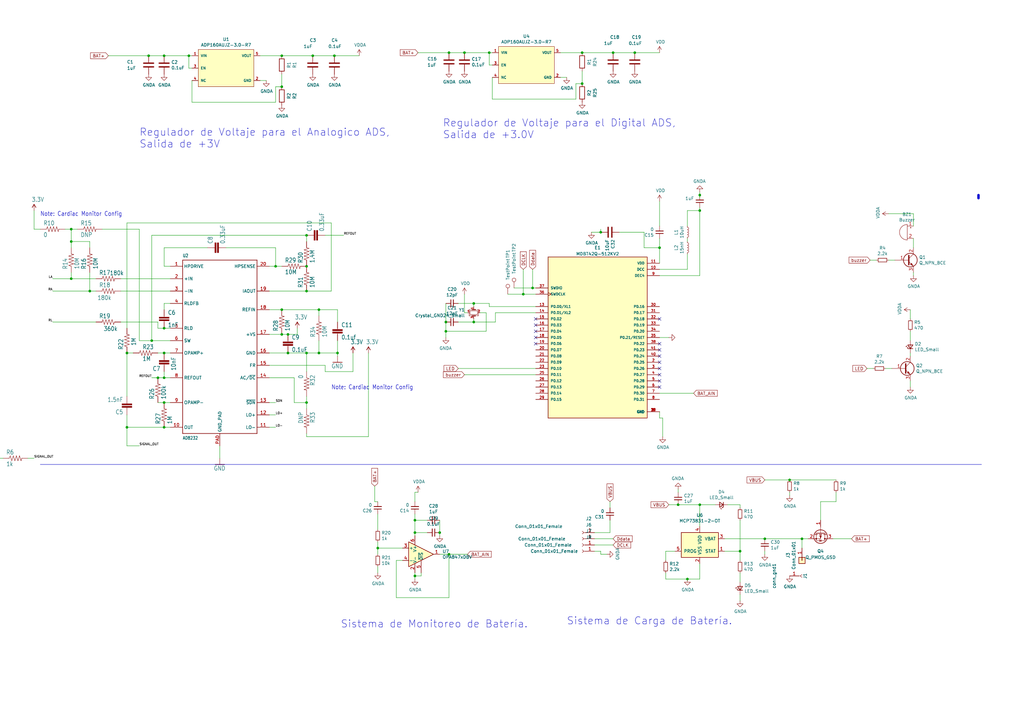
<source format=kicad_sch>
(kicad_sch (version 20220404) (generator eeschema)
  (paper "A3")
  (title_block (title "Placa de prueba de ADS8232 integrado ") (date "9/01/2022") (rev "1.0") (company "Proyecto 3"))
  (junction (at 182.88 135.89))
  (junction (at 29.21 114.3))
  (junction (at 125.73 119.38))
  (junction (at 251.46 21.59))
  (junction (at 67.31 175.26))
  (junction (at 137.16 22.86))
  (junction (at 238.76 21.59))
  (junction (at 115.57 127))
  (junction (at 52.07 175.26))
  (junction (at 154.94 224.79))
  (junction (at 130.81 127))
  (junction (at 113.03 109.22))
  (junction (at 260.35 21.59))
  (junction (at 214.63 120.65))
  (junction (at 115.57 22.86))
  (junction (at 190.5 21.59))
  (junction (at 29.21 93.98))
  (junction (at 200.66 21.59))
  (junction (at 278.13 207.01))
  (junction (at 194.31 132.08))
  (junction (at 238.76 34.29))
  (junction (at 52.07 144.78))
  (junction (at 115.57 35.56))
  (junction (at 118.11 137.16))
  (junction (at 182.88 132.08))
  (junction (at 128.27 22.86))
  (junction (at 170.18 213.36))
  (junction (at 281.94 237.49))
  (junction (at 313.69 220.98))
  (junction (at 270.51 101.6))
  (junction (at 287.02 86.36))
  (junction (at 67.31 165.1))
  (junction (at 138.43 144.78))
  (junction (at -13.97 149.86))
  (junction (at 170.18 236.22))
  (junction (at 67.31 134.62))
  (junction (at 67.31 144.78))
  (junction (at 36.83 119.38))
  (junction (at 194.31 124.46))
  (junction (at 115.57 137.16))
  (junction (at 64.77 154.94))
  (junction (at 77.47 22.86))
  (junction (at 62.23 139.7))
  (junction (at 287.02 207.01))
  (junction (at 246.38 95.25))
  (junction (at 184.15 21.59))
  (junction (at 67.31 22.86))
  (junction (at 125.73 96.52))
  (junction (at 184.15 227.33))
  (junction (at 287.02 80.01))
  (junction (at 328.93 220.98))
  (junction (at 180.34 218.44))
  (junction (at 118.11 144.78))
  (junction (at 125.73 109.22))
  (junction (at 218.44 118.11))
  (junction (at 125.73 165.1))
  (junction (at 60.96 22.86))
  (junction (at 67.31 154.94))
  (junction (at 170.18 218.44))
  (junction (at 303.53 226.06))
  (junction (at 125.73 144.78))
  (junction (at 29.21 99.06))
  (junction (at 323.85 196.85))
  (junction (at 130.81 144.78))
  (no_connect (at 270.51 153.67))
  (no_connect (at 219.71 130.81))
  (no_connect (at 219.71 133.35))
  (no_connect (at 270.51 148.59))
  (no_connect (at 270.51 151.13))
  (no_connect (at 219.71 138.43))
  (no_connect (at 270.51 140.97))
  (no_connect (at 270.51 156.21))
  (no_connect (at 219.71 135.89))
  (no_connect (at 270.51 130.81))
  (no_connect (at 270.51 158.75))
  (no_connect (at 219.71 140.97))
  (no_connect (at 270.51 146.05))
  (no_connect (at 270.51 143.51))
  (wire (pts (xy 64.77 144.78) (xy 67.31 144.78)))
  (wire (pts (xy 313.69 196.85) (xy 323.85 196.85)))
  (wire (pts (xy 365.76 151.13) (xy 363.22 151.13)))
  (wire (pts (xy 138.43 139.7) (xy 138.43 144.78)))
  (wire (pts (xy 281.94 99.06) (xy 281.94 97.79)))
  (wire (pts (xy 67.31 175.26) (xy 69.85 175.26)))
  (wire (pts (xy 115.57 30.48) (xy 115.57 35.56)))
  (wire (pts (xy 281.94 104.14) (xy 281.94 110.49)))
  (wire (pts (xy 358.14 151.13) (xy 355.6 151.13)))
  (wire (pts (xy 64.77 154.94) (xy 67.31 154.94)))
  (wire (pts (xy 49.53 119.38) (xy 69.85 119.38)))
  (wire (pts (xy 130.81 127) (xy 130.81 129.54)))
  (wire (pts (xy 170.18 213.36) (xy 175.26 213.36)))
  (wire (pts (xy 67.31 154.94) (xy 69.85 154.94)))
  (wire (pts (xy 201.93 31.75) (xy 201.93 40.64)))
  (wire (pts (xy 250.19 205.74) (xy 250.19 208.28)))
  (wire (pts (xy 373.38 146.05) (xy 373.38 144.78)))
  (wire (pts (xy -6.35 104.14) (xy -6.35 106.68)))
  (wire (pts (xy 29.21 99.06) (xy 36.83 99.06)))
  (wire (pts (xy 303.53 238.76) (xy 303.53 234.95)))
  (wire (pts (xy 138.43 127) (xy 138.43 132.08)))
  (wire (pts (xy 271.78 171.45) (xy 271.78 179.07)))
  (wire (pts (xy 323.85 196.85) (xy 342.9 196.85)))
  (wire (pts (xy 238.76 29.21) (xy 238.76 34.29)))
  (wire (pts (xy 113.03 101.6) (xy 113.03 109.22)))
  (wire (pts (xy 175.26 218.44) (xy 170.18 218.44)))
  (wire (pts (xy 154.94 222.25) (xy 154.94 224.79)))
  (wire (pts (xy 78.74 22.86) (xy 77.47 22.86)))
  (wire (pts (xy 238.76 21.59) (xy 229.87 21.59)))
  (wire (pts (xy 39.37 132.08) (xy 21.59 132.08)))
  (polyline (pts (xy 16.51 190.5) (xy 402.59 190.5)))
  (wire (pts (xy 281.94 86.36) (xy 287.02 86.36)))
  (wire (pts (xy 303.53 243.84) (xy 303.53 246.38)))
  (wire (pts (xy 67.31 165.1) (xy 69.85 165.1)))
  (wire (pts (xy 196.85 128.27) (xy 199.39 128.27)))
  (wire (pts (xy 203.2 132.08) (xy 203.2 128.27)))
  (wire (pts (xy 125.73 165.1) (xy 125.73 162.56)))
  (wire (pts (xy 182.88 132.08) (xy 182.88 135.89)))
  (wire (pts (xy 62.23 96.52) (xy 125.73 96.52)))
  (wire (pts (xy 208.28 120.65) (xy 214.63 120.65)))
  (wire (pts (xy 203.2 132.08) (xy 194.31 132.08)))
  (polyline (pts (xy 401.32 81.28) (xy 401.32 80.01)) (stroke (width 0.9906)))
  (wire (pts (xy -16.51 152.4) (xy -16.51 147.32)))
  (wire (pts (xy 110.49 154.94) (xy 120.65 154.94)))
  (wire (pts (xy -19.05 152.4) (xy -19.05 147.32)))
  (wire (pts (xy -31.75 187.96) (xy -29.21 187.96)))
  (wire (pts (xy -13.97 149.86) (xy -13.97 147.32)))
  (wire (pts (xy 78.74 33.02) (xy 78.74 41.91)))
  (wire (pts (xy 130.81 127) (xy 138.43 127)))
  (wire (pts (xy 364.49 87.63) (xy 374.65 87.63)))
  (wire (pts (xy 270.51 21.59) (xy 260.35 21.59)))
  (wire (pts (xy 273.05 237.49) (xy 281.94 237.49)))
  (wire (pts (xy 67.31 109.22) (xy 67.31 101.6)))
  (wire (pts (xy 115.57 22.86) (xy 106.68 22.86)))
  (wire (pts (xy 153.67 205.74) (xy 154.94 205.74)))
  (wire (pts (xy 170.18 213.36) (xy 170.18 218.44)))
  (wire (pts (xy 172.72 236.22) (xy 170.18 236.22)))
  (wire (pts (xy 29.21 114.3) (xy 21.59 114.3)))
  (wire (pts (xy 303.53 213.36) (xy 303.53 226.06)))
  (wire (pts (xy 373.38 156.21) (xy 373.38 158.75)))
  (wire (pts (xy 170.18 237.49) (xy 170.18 236.22)))
  (wire (pts (xy 78.74 41.91) (xy 113.03 41.91)))
  (wire (pts (xy 246.38 95.25) (xy 242.57 95.25)))
  (wire (pts (xy 115.57 127) (xy 110.49 127)))
  (wire (pts (xy 200.66 125.73) (xy 219.71 125.73)))
  (wire (pts (xy 273.05 226.06) (xy 273.05 229.87)))
  (wire (pts (xy 274.32 207.01) (xy 278.13 207.01)))
  (wire (pts (xy 31.75 93.98) (xy 29.21 93.98)))
  (wire (pts (xy 13.97 93.98) (xy 16.51 93.98)))
  (wire (pts (xy 194.31 125.73) (xy 194.31 124.46)))
  (wire (pts (xy 64.77 132.08) (xy 49.53 132.08)))
  (wire (pts (xy 200.66 125.73) (xy 200.66 124.46)))
  (wire (pts (xy 151.13 179.07) (xy 151.13 144.78)))
  (wire (pts (xy 187.96 151.13) (xy 219.71 151.13)))
  (wire (pts (xy 110.49 165.1) (xy 113.03 165.1)))
  (wire (pts (xy 162.56 229.87) (xy 162.56 245.11)))
  (wire (pts (xy -8.89 134.62) (xy -8.89 137.16)))
  (wire (pts (xy -24.13 134.62) (xy -24.13 152.4)))
  (wire (pts (xy 128.27 22.86) (xy 137.16 22.86)))
  (wire (pts (xy -1.27 187.96) (xy 1.27 187.96)))
  (wire (pts (xy 125.73 96.52) (xy 125.73 99.06)))
  (wire (pts (xy 125.73 167.64) (xy 125.73 165.1)))
  (wire (pts (xy 64.77 165.1) (xy 67.31 165.1)))
  (wire (pts (xy 130.81 144.78) (xy 138.43 144.78)))
  (wire (pts (xy 170.18 218.44) (xy 170.18 219.71)))
  (wire (pts (xy 170.18 205.74) (xy 170.18 201.93)))
  (wire (pts (xy 190.5 153.67) (xy 219.71 153.67)))
  (wire (pts (xy 13.97 187.96) (xy 11.43 187.96)))
  (wire (pts (xy 214.63 120.65) (xy 219.71 120.65)))
  (wire (pts (xy 29.21 101.6) (xy 29.21 99.06)))
  (wire (pts (xy 36.83 111.76) (xy 36.83 119.38)))
  (wire (pts (xy -24.13 104.14) (xy -24.13 106.68)))
  (wire (pts (xy 276.86 226.06) (xy 273.05 226.06)))
  (wire (pts (xy -26.67 104.14) (xy -26.67 106.68)))
  (wire (pts (xy -31.75 149.86) (xy -26.67 149.86)))
  (wire (pts (xy -21.59 152.4) (xy -21.59 147.32)))
  (wire (pts (xy 154.94 224.79) (xy 165.1 224.79)))
  (wire (pts (xy 39.37 119.38) (xy 36.83 119.38)))
  (wire (pts (xy 115.57 127) (xy 130.81 127)))
  (wire (pts (xy 303.53 229.87) (xy 303.53 226.06)))
  (wire (pts (xy 367.03 106.68) (xy 364.49 106.68)))
  (wire (pts (xy 251.46 220.98) (xy 243.84 220.98)))
  (wire (pts (xy 184.15 245.11) (xy 184.15 227.33)))
  (wire (pts (xy 251.46 223.52) (xy 243.84 223.52)))
  (wire (pts (xy 110.49 144.78) (xy 118.11 144.78)))
  (wire (pts (xy 67.31 134.62) (xy 64.77 134.62)))
  (wire (pts (xy 236.22 40.64) (xy 236.22 34.29)))
  (wire (pts (xy 210.82 118.11) (xy 218.44 118.11)))
  (wire (pts (xy 328.93 220.98) (xy 331.47 220.98)))
  (wire (pts (xy 328.93 220.98) (xy 328.93 224.79)))
  (wire (pts (xy 154.94 227.33) (xy 154.94 224.79)))
  (wire (pts (xy -8.89 149.86) (xy -8.89 147.32)))
  (wire (pts (xy 298.45 207.01) (xy 303.53 207.01)))
  (wire (pts (xy 194.31 132.08) (xy 187.96 132.08)))
  (wire (pts (xy 264.16 101.6) (xy 270.51 101.6)))
  (wire (pts (xy 171.45 21.59) (xy 184.15 21.59)))
  (wire (pts (xy 374.65 87.63) (xy 374.65 92.71)))
  (wire (pts (xy 13.97 86.36) (xy 13.97 93.98)))
  (wire (pts (xy 52.07 144.78) (xy 54.61 144.78)))
  (wire (pts (xy 29.21 93.98) (xy 26.67 93.98)))
  (wire (pts (xy 29.21 99.06) (xy 29.21 93.98)))
  (wire (pts (xy 243.84 218.44) (xy 250.19 218.44)))
  (wire (pts (xy 77.47 22.86) (xy 67.31 22.86)))
  (wire (pts (xy 125.73 177.8) (xy 125.73 179.07)))
  (wire (pts (xy 67.31 101.6) (xy 85.09 101.6)))
  (wire (pts (xy 115.57 109.22) (xy 113.03 109.22)))
  (wire (pts (xy 254 95.25) (xy 264.16 95.25)))
  (wire (pts (xy 69.85 134.62) (xy 67.31 134.62)))
  (wire (pts (xy 190.5 128.27) (xy 191.77 128.27)))
  (wire (pts (xy -11.43 104.14) (xy -11.43 106.68)))
  (wire (pts (xy 133.35 149.86) (xy 133.35 152.4)))
  (wire (pts (xy 341.63 220.98) (xy 349.25 220.98)))
  (wire (pts (xy 270.51 97.79) (xy 270.51 101.6)))
  (wire (pts (xy 29.21 111.76) (xy 29.21 114.3)))
  (wire (pts (xy 113.03 41.91) (xy 113.03 35.56)))
  (wire (pts (xy 165.1 229.87) (xy 162.56 229.87)))
  (wire (pts (xy 182.88 124.46) (xy 182.88 132.08)))
  (wire (pts (xy 52.07 134.62) (xy 52.07 91.44)))
  (wire (pts (xy 303.53 207.01) (xy 303.53 208.28)))
  (wire (pts (xy 57.15 139.7) (xy 62.23 139.7)))
  (wire (pts (xy 287.02 86.36) (xy 287.02 113.03)))
  (wire (pts (xy 144.78 152.4) (xy 144.78 144.78)))
  (wire (pts (xy 270.51 161.29) (xy 284.48 161.29)))
  (wire (pts (xy 36.83 99.06) (xy 36.83 101.6)))
  (wire (pts (xy 273.05 234.95) (xy 273.05 237.49)))
  (wire (pts (xy -31.75 162.56) (xy -31.75 149.86)))
  (wire (pts (xy -8.89 187.96) (xy -19.05 187.96)))
  (wire (pts (xy 214.63 110.49) (xy 214.63 120.65)))
  (wire (pts (xy 264.16 95.25) (xy 264.16 101.6)))
  (wire (pts (xy 78.74 27.94) (xy 77.47 27.94)))
  (wire (pts (xy 113.03 109.22) (xy 110.49 109.22)))
  (wire (pts (xy 67.31 175.26) (xy 52.07 175.26)))
  (wire (pts (xy 67.31 127) (xy 67.31 124.46)))
  (wire (pts (xy 64.77 134.62) (xy 64.77 132.08)))
  (wire (pts (xy 200.66 21.59) (xy 190.5 21.59)))
  (wire (pts (xy 162.56 245.11) (xy 184.15 245.11)))
  (wire (pts (xy 77.47 27.94) (xy 77.47 22.86)))
  (wire (pts (xy -26.67 152.4) (xy -26.67 149.86)))
  (wire (pts (xy 120.65 154.94) (xy 120.65 165.1)))
  (wire (pts (xy 287.02 85.09) (xy 287.02 86.36)))
  (wire (pts (xy 147.32 22.86) (xy 137.16 22.86)))
  (wire (pts (xy 52.07 182.88) (xy 57.15 182.88)))
  (wire (pts (xy 281.94 86.36) (xy 281.94 92.71)))
  (wire (pts (xy 246.38 93.98) (xy 246.38 95.25)))
  (wire (pts (xy 201.93 26.67) (xy 200.66 26.67)))
  (wire (pts (xy 182.88 135.89) (xy 182.88 138.43)))
  (wire (pts (xy 67.31 154.94) (xy 67.31 152.4)))
  (wire (pts (xy 248.92 227.33) (xy 246.38 227.33)))
  (wire (pts (xy 115.57 137.16) (xy 110.49 137.16)))
  (wire (pts (xy 270.51 101.6) (xy 270.51 107.95)))
  (wire (pts (xy 246.38 227.33) (xy 246.38 226.06)))
  (wire (pts (xy 120.65 165.1) (xy 125.73 165.1)))
  (wire (pts (xy 57.15 93.98) (xy 57.15 139.7)))
  (wire (pts (xy 270.51 138.43) (xy 274.32 138.43)))
  (wire (pts (xy 218.44 118.11) (xy 219.71 118.11)))
  (wire (pts (xy 229.87 31.75) (xy 232.41 31.75)))
  (wire (pts (xy 170.18 201.93) (xy 171.45 201.93)))
  (wire (pts (xy 64.77 154.94) (xy 62.23 154.94)))
  (wire (pts (xy 121.92 137.16) (xy 121.92 134.62)))
  (wire (pts (xy 190.5 120.65) (xy 190.5 128.27)))
  (wire (pts (xy 125.73 144.78) (xy 130.81 144.78)))
  (wire (pts (xy 200.66 124.46) (xy 194.31 124.46)))
  (wire (pts (xy -29.21 104.14) (xy -29.21 106.68)))
  (wire (pts (xy 180.34 213.36) (xy 180.34 218.44)))
  (wire (pts (xy 125.73 179.07) (xy 151.13 179.07)))
  (wire (pts (xy 110.49 175.26) (xy 113.03 175.26)))
  (wire (pts (xy 172.72 234.95) (xy 172.72 236.22)))
  (wire (pts (xy 236.22 34.29) (xy 238.76 34.29)))
  (wire (pts (xy 218.44 110.49) (xy 218.44 118.11)))
  (wire (pts (xy 342.9 205.74) (xy 342.9 201.93)))
  (wire (pts (xy 374.65 97.79) (xy 374.65 101.6)))
  (wire (pts (xy 118.11 137.16) (xy 115.57 137.16)))
  (wire (pts (xy 69.85 139.7) (xy 62.23 139.7)))
  (wire (pts (xy 52.07 162.56) (xy 52.07 144.78)))
  (wire (pts (xy 199.39 128.27) (xy 199.39 135.89)))
  (wire (pts (xy 190.5 21.59) (xy 184.15 21.59)))
  (wire (pts (xy -13.97 152.4) (xy -13.97 149.86)))
  (wire (pts (xy 67.31 22.86) (xy 60.96 22.86)))
  (wire (pts (xy -8.89 104.14) (xy -8.89 106.68)))
  (wire (pts (xy 182.88 135.89) (xy 199.39 135.89)))
  (wire (pts (xy 115.57 22.86) (xy 128.27 22.86)))
  (wire (pts (xy 374.65 111.76) (xy 374.65 113.03)))
  (wire (pts (xy 52.07 175.26) (xy 52.07 182.88)))
  (wire (pts (xy 303.53 226.06) (xy 297.18 226.06)))
  (wire (pts (xy 118.11 144.78) (xy 125.73 144.78)))
  (wire (pts (xy 287.02 81.28) (xy 287.02 80.01)))
  (wire (pts (xy 36.83 119.38) (xy 21.59 119.38)))
  (wire (pts (xy 67.31 144.78) (xy 69.85 144.78)))
  (wire (pts (xy 170.18 210.82) (xy 170.18 213.36)))
  (wire (pts (xy 92.71 101.6) (xy 113.03 101.6)))
  (wire (pts (xy 133.35 152.4) (xy 144.78 152.4)))
  (wire (pts (xy 251.46 21.59) (xy 260.35 21.59)))
  (wire (pts (xy 270.51 82.55) (xy 270.51 92.71)))
  (wire (pts (xy 336.55 213.36) (xy 336.55 205.74)))
  (wire (pts (xy 52.07 91.44) (xy 135.89 91.44)))
  (wire (pts (xy 130.81 139.7) (xy 130.81 144.78)))
  (wire (pts (xy 287.02 113.03) (xy 270.51 113.03)))
  (wire (pts (xy 200.66 26.67) (xy 200.66 21.59)))
  (wire (pts (xy 184.15 227.33) (xy 180.34 227.33)))
  (wire (pts (xy 52.07 175.26) (xy 52.07 170.18)))
  (wire (pts (xy 270.51 171.45) (xy 270.51 168.91)))
  (wire (pts (xy 118.11 137.16) (xy 121.92 137.16)))
  (wire (pts (xy 194.31 124.46) (xy 187.96 124.46)))
  (wire (pts (xy 250.19 213.36) (xy 250.19 218.44)))
  (wire (pts (xy 41.91 93.98) (xy 57.15 93.98)))
  (wire (pts (xy 138.43 144.78) (xy 138.43 146.05)))
  (wire (pts (xy 62.23 139.7) (xy 62.23 96.52)))
  (wire (pts (xy 39.37 114.3) (xy 29.21 114.3)))
  (wire (pts (xy 359.41 106.68) (xy 356.87 106.68)))
  (wire (pts (xy 287.02 237.49) (xy 281.94 237.49)))
  (wire (pts (xy 287.02 231.14) (xy 287.02 237.49)))
  (wire (pts (xy 113.03 35.56) (xy 115.57 35.56)))
  (wire (pts (xy -13.97 149.86) (xy -8.89 149.86)))
  (wire (pts (xy 373.38 139.7) (xy 373.38 135.89)))
  (wire (pts (xy 373.38 130.81) (xy 373.38 127)))
  (wire (pts (xy 278.13 207.01) (xy 287.02 207.01)))
  (wire (pts (xy 287.02 207.01) (xy 293.37 207.01)))
  (wire (pts (xy 125.73 152.4) (xy 125.73 144.78)))
  (wire (pts (xy 271.78 171.45) (xy 270.51 171.45)))
  (wire (pts (xy 69.85 109.22) (xy 67.31 109.22)))
  (wire (pts (xy 336.55 205.74) (xy 342.9 205.74)))
  (wire (pts (xy 287.02 78.74) (xy 287.02 80.01)))
  (wire (pts (xy 135.89 91.44) (xy 135.89 119.38)))
  (wire (pts (xy 110.49 119.38) (xy 125.73 119.38)))
  (wire (pts (xy 201.93 40.64) (xy 236.22 40.64)))
  (wire (pts (xy 323.85 201.93) (xy 323.85 203.2)))
  (wire (pts (xy 110.49 170.18) (xy 113.03 170.18)))
  (wire (pts (xy 203.2 128.27) (xy 219.71 128.27)))
  (wire (pts (xy 153.67 199.39) (xy 153.67 205.74)))
  (wire (pts (xy 201.93 21.59) (xy 200.66 21.59)))
  (wire (pts (xy 49.53 114.3) (xy 69.85 114.3)))
  (wire (pts (xy 170.18 236.22) (xy 170.18 234.95)))
  (wire (pts (xy 313.69 226.06) (xy 313.69 227.33)))
  (wire (pts (xy 133.35 96.52) (xy 140.97 96.52)))
  (wire (pts (xy 135.89 119.38) (xy 125.73 119.38)))
  (wire (pts (xy 67.31 124.46) (xy 69.85 124.46)))
  (wire (pts (xy 191.77 227.33) (xy 184.15 227.33)))
  (wire (pts (xy 44.45 22.86) (xy 60.96 22.86)))
  (wire (pts (xy 154.94 210.82) (xy 154.94 217.17)))
  (wire (pts (xy 106.68 33.02) (xy 109.22 33.02)))
  (wire (pts (xy 90.17 187.96) (xy 90.17 182.88)))
  (wire (pts (xy 154.94 232.41) (xy 154.94 234.95)))
  (wire (pts (xy 313.69 220.98) (xy 328.93 220.98)))
  (wire (pts (xy -31.75 193.04) (xy -31.75 187.96)))
  (wire (pts (xy 297.18 220.98) (xy 313.69 220.98)))
  (wire (pts (xy 246.38 226.06) (xy 243.84 226.06)))
  (wire (pts (xy 194.31 130.81) (xy 194.31 132.08)))
  (wire (pts (xy 281.94 110.49) (xy 270.51 110.49)))
  (wire (pts (xy 110.49 149.86) (xy 133.35 149.86)))
  (wire (pts (xy 238.76 21.59) (xy 251.46 21.59)))
  (wire (pts (xy 180.34 218.44) (xy 180.34 219.71)))
  (wire (pts (xy 287.02 207.01) (xy 287.02 215.9)))
  (wire (pts (xy 278.13 201.93) (xy 278.13 200.66)))
  (text "Regulador de Voltaje para el Digital ADS,\nSalida de +3.0V" (at 181.61 57.15 0) (effects (font (size 2.9972 2.9972)) (justify left bottom)))
  (text "Sistema de Carga de Batería.\n" (at 232.41 256.54 0) (effects (font (size 2.9972 2.9972)) (justify left bottom)))
  (text "Note: Cardiac Monitor Config" (at 16.51 88.9 0) (effects (font (size 1.778 1.5113)) (justify left bottom)))
  (text "Sistema de Monitoreo de Batería.\n" (at 139.7 257.81 0) (effects (font (size 2.9972 2.9972)) (justify left bottom)))
  (text "Note: Cardiac Monitor Config" (at 135.89 160.02 0) (effects (font (size 1.778 1.5113)) (justify left bottom)))
  (text "Regulador de Voltaje para el Analogico ADS,\nSalida de +3V" (at 57.15 60.96 0) (effects (font (size 2.9972 2.9972)) (justify left bottom)))
  (label "REFOUT" (at 140.97 96.52 0) (effects (font (size 0.889 0.889))))
  (label "RA" (at -6.35 106.68 90) (effects (font (size 0.889 0.889))))
  (label "RA" (at -24.13 106.68 90) (effects (font (size 0.889 0.889))))
  (label "SIGNAL_OUT" (at 13.97 187.96 0) (effects (font (size 0.889 0.889))))
  (label "LO-" (at 113.03 175.26 0) (effects (font (size 0.889 0.889))))
  (label "RA" (at 21.59 119.38 0) (effects (font (size 0.889 0.889))))
  (label "RL" (at -11.43 106.68 90) (effects (font (size 0.889 0.889))))
  (label "LA" (at 21.59 114.3 0) (effects (font (size 0.889 0.889))))
  (label "SIGNAL_OUT" (at -21.59 147.32 90) (effects (font (size 0.889 0.889))))
  (label "LA" (at -26.67 106.68 90) (effects (font (size 0.889 0.889))))
  (label "LO-" (at -19.05 147.32 90) (effects (font (size 0.889 0.889))))
  (label "REFOUT" (at 62.23 154.94 0) (effects (font (size 0.889 0.889))))
  (label "RL" (at 21.59 132.08 0) (effects (font (size 0.889 0.889))))
  (label "SDN" (at 113.03 165.1 0) (effects (font (size 0.889 0.889))))
  (label "RL" (at -29.21 106.68 90) (effects (font (size 0.889 0.889))))
  (label "LO+" (at 113.03 170.18 0) (effects (font (size 0.889 0.889))))
  (label "SDN" (at -13.97 147.32 90) (effects (font (size 0.889 0.889))))
  (label "SIGNAL_OUT" (at 57.15 182.88 0) (effects (font (size 0.889 0.889))))
  (label "LO+" (at -16.51 147.32 90) (effects (font (size 0.889 0.889))))
  (label "LA" (at -8.89 106.68 90) (effects (font (size 0.889 0.889))))
  (global_label "DCLK" (shape input) (at 251.46 223.52 0) (property "Intersheetrefs" "${INTERSHEET_REFS}" (effects hide)))
  (global_label "BAT+" (shape input) (at 44.45 22.86 180) (property "Intersheetrefs" "${INTERSHEET_REFS}" (effects hide)))
  (global_label "LED" (shape input) (at 187.96 151.13 180) (property "Intersheetrefs" "${INTERSHEET_REFS}" (effects hide)))
  (global_label "VBUS" (shape input) (at 274.32 207.01 180) (property "Intersheetrefs" "${INTERSHEET_REFS}" (effects hide)))
  (global_label "BAT+" (shape input) (at 171.45 21.59 180) (property "Intersheetrefs" "${INTERSHEET_REFS}" (effects hide)))
  (global_label "buzzer" (shape input) (at 190.5 153.67 180) (property "Intersheetrefs" "${INTERSHEET_REFS}" (effects hide)))
  (global_label "LED" (shape input) (at 355.6 151.13 180) (property "Intersheetrefs" "${INTERSHEET_REFS}" (effects hide)))
  (global_label "buzzer" (shape input) (at 356.87 106.68 180) (property "Intersheetrefs" "${INTERSHEET_REFS}" (effects hide)))
  (global_label "BAT+" (shape input) (at 153.67 199.39 90) (property "Intersheetrefs" "${INTERSHEET_REFS}" (effects hide)))
  (global_label "DCLK" (shape input) (at 214.63 110.49 90) (property "Intersheetrefs" "${INTERSHEET_REFS}" (effects hide)))
  (global_label "VBUS" (shape input) (at 250.19 205.74 90) (property "Intersheetrefs" "${INTERSHEET_REFS}" (effects hide)))
  (global_label "Ddata" (shape input) (at 251.46 220.98 0) (property "Intersheetrefs" "${INTERSHEET_REFS}" (effects hide)))
  (global_label "BAT_AIN" (shape input) (at 191.77 227.33 0) (property "Intersheetrefs" "${INTERSHEET_REFS}" (effects hide)))
  (global_label "BAT+" (shape input) (at 349.25 220.98 0) (property "Intersheetrefs" "${INTERSHEET_REFS}" (effects hide)))
  (global_label "VBUS" (shape input) (at 313.69 196.85 180) (property "Intersheetrefs" "${INTERSHEET_REFS}" (effects hide)))
  (global_label "Ddata" (shape input) (at 218.44 110.49 90) (property "Intersheetrefs" "${INTERSHEET_REFS}" (effects hide)))
  (global_label "BAT_AIN" (shape input) (at 284.48 161.29 0) (property "Intersheetrefs" "${INTERSHEET_REFS}" (effects hide)))
  (symbol (lib_id "EvBoard1-rescue:ADP160AUJZ-3.0-R7-eecADP") (at 76.2 22.86 0) (unit 1)
    (default_instance (reference "U") (unit 1) (value "") (footprint ""))
    (property "Reference" "U1" (at 92.71 16.129 0))
    (property "Value" "ADP160AUJZ-3.0-R7" (at 92.71 18.4404 0))
    (property "Footprint" "adp:Analog_Devices-UJ-5-04_2017-B-IPC_A" (effects hide))
    (property "Datasheet" "https://www.analog.com/media/en/technical-documentation/data-sheets/ADP160_161_162_163.pdf" (effects hide))
    (property "accuracy percentage" "1%" (effects hide))
    (property "automotive" "No" (effects hide))
    (property "category" "IC" (effects hide))
    (property "device class L1" "Integrated Circuits (ICs)" (effects hide))
    (property "device class L2" "Power Management ICs" (effects hide))
    (property "device class L3" "Voltage Regulators - Linear" (effects hide))
    (property "digikey description" "IC REG LINEAR 3V 150MA TSOT5" (effects hide))
    (property "digikey part number" "ADP160AUJZ-3.0-R7CT-ND" (effects hide))
    (property "dropout voltage" "120mV" (effects hide))
    (property "footprint url" "https://www.analog.com/media/en/package-pcb-resources/package/pkg_pdf/tsotuj/uj_5.pdf" (effects hide))
    (property "height" "1mm" (effects hide))
    (property "lead free" "Yes" (effects hide))
    (property "library id" "242491b3feb030f2" (effects hide))
    (property "manufacturer" "Analog Devices" (effects hide))
    (property "max junction temp" "+125°C" (effects hide))
    (property "max supply voltage" "5.5V" (effects hide))
    (property "min supply voltage" "3.12V" (effects hide))
    (property "mouser description" "In a Pack of 10, Analog Devices ADP160AUJZ-3.0-R7, LDO Regulator, 150mA, 3 V, ±3.5% 5-Pin, TSOT" (effects hide))
    (property "mouser part number" "584-ADP160AUJZ-3.0R7" (effects hide))
    (property "nominal supply current" "0.56-42uA" (effects hide))
    (property "number of outputs" "1" (effects hide))
    (property "output current" "150mA" (effects hide))
    (property "output type" "Fixed" (effects hide))
    (property "output voltage" "3V" (effects hide))
    (property "package" "TSOT23-5" (effects hide))
    (property "rohs" "Yes" (effects hide))
    (property "temperature range high" "+125°C" (effects hide))
    (property "temperature range low" "-40°C" (effects hide))
  )
  (symbol (lib_id "Device:C") (at 67.31 26.67 0) (unit 1)
    (default_instance (reference "U") (unit 1) (value "") (footprint ""))
    (property "Reference" "C2" (at 70.231 25.5016 0) (effects (justify left)))
    (property "Value" "0.1uF" (at 70.231 27.813 0) (effects (justify left)))
    (property "Footprint" "Capacitors_SMD:C_0402" (effects hide))
    (property "Datasheet" "https://www.digikey.es/es/products/detail/kemet/C0402C104M3PAC7867/7390685" (effects hide))
  )
  (symbol (lib_id "power:GNDA") (at 67.31 30.48 0) (unit 1)
    (default_instance (reference "U") (unit 1) (value "") (footprint ""))
    (property "Reference" "#PWR0116" (effects hide))
    (property "Value" "GNDA" (at 67.437 34.8742 0))
  )
  (symbol (lib_id "power:GNDA") (at 109.22 33.02 0) (unit 1)
    (default_instance (reference "U") (unit 1) (value "") (footprint ""))
    (property "Reference" "#PWR0115" (effects hide))
    (property "Value" "GNDA" (at 109.347 37.4142 0))
  )
  (symbol (lib_id "Device:C") (at 60.96 26.67 0) (unit 1)
    (default_instance (reference "U") (unit 1) (value "") (footprint ""))
    (property "Reference" "C1" (at 52.07 25.4 0) (effects (justify left)))
    (property "Value" "1uF" (at 52.07 27.94 0) (effects (justify left)))
    (property "Footprint" "Capacitors_SMD:C_0402" (effects hide))
    (property "Datasheet" "https://www.digikey.es/es/products/detail/kemet/C0402C105K8PAC7867/2196247" (effects hide))
  )
  (symbol (lib_id "power:GNDA") (at 60.96 30.48 0) (unit 1)
    (default_instance (reference "U") (unit 1) (value "") (footprint ""))
    (property "Reference" "#PWR0114" (effects hide))
    (property "Value" "GNDA" (at 61.087 34.8742 0))
  )
  (symbol (lib_id "Device:R") (at 115.57 26.67 180) (unit 1)
    (default_instance (reference "U") (unit 1) (value "") (footprint ""))
    (property "Reference" "R1" (at 120.8278 26.67 90))
    (property "Value" "R1" (at 118.5164 26.67 90))
    (property "Footprint" "Resistors_SMD:R_0402" (effects hide))
  )
  (symbol (lib_id "Device:R") (at 115.57 39.37 180) (unit 1)
    (default_instance (reference "U") (unit 1) (value "") (footprint ""))
    (property "Reference" "R2" (at 120.8278 39.37 90))
    (property "Value" "R2" (at 118.5164 39.37 90))
    (property "Footprint" "Resistors_SMD:R_0402" (effects hide))
  )
  (symbol (lib_id "power:GNDA") (at 115.57 43.18 0) (unit 1)
    (default_instance (reference "U") (unit 1) (value "") (footprint ""))
    (property "Reference" "#PWR0113" (effects hide))
    (property "Value" "GNDA" (at 115.697 47.5742 0))
  )
  (symbol (lib_id "Device:C") (at 128.27 26.67 0) (unit 1)
    (default_instance (reference "U") (unit 1) (value "") (footprint ""))
    (property "Reference" "C3" (at 127 16.51 0) (effects (justify left)))
    (property "Value" "1uF" (at 124.46 19.05 0) (effects (justify left)))
    (property "Footprint" "Capacitors_SMD:C_0402" (effects hide))
    (property "Datasheet" "https://www.digikey.es/es/products/detail/kemet/C0402C105K8PAC7867/2196247" (effects hide))
  )
  (symbol (lib_id "Device:C") (at 137.16 26.67 0) (unit 1)
    (default_instance (reference "U") (unit 1) (value "") (footprint ""))
    (property "Reference" "C4" (at 135.89 16.51 0) (effects (justify left)))
    (property "Value" "0.1uF" (at 134.62 19.05 0) (effects (justify left)))
    (property "Footprint" "Capacitors_SMD:C_0402" (effects hide))
    (property "Datasheet" "https://www.digikey.es/es/products/detail/kemet/C0402C104M3PAC7867/7390685" (effects hide))
  )
  (symbol (lib_id "power:GNDA") (at 128.27 30.48 0) (unit 1)
    (default_instance (reference "U") (unit 1) (value "") (footprint ""))
    (property "Reference" "#PWR0112" (effects hide))
    (property "Value" "GNDA" (at 128.397 34.8742 0))
  )
  (symbol (lib_id "power:GNDA") (at 137.16 30.48 0) (unit 1)
    (default_instance (reference "U") (unit 1) (value "") (footprint ""))
    (property "Reference" "#PWR0111" (effects hide))
    (property "Value" "GNDA" (at 137.287 34.8742 0))
  )
  (symbol (lib_id "power:VDDA") (at 147.32 22.86 0) (unit 1)
    (default_instance (reference "U") (unit 1) (value "") (footprint ""))
    (property "Reference" "#PWR0110" (effects hide))
    (property "Value" "VDDA" (at 147.701 18.4658 0))
  )
  (symbol (lib_id "power:GNDA") (at 260.35 29.21 0) (unit 1)
    (default_instance (reference "U") (unit 1) (value "") (footprint ""))
    (property "Reference" "#PWR0117" (effects hide))
    (property "Value" "GNDA" (at 260.477 33.6042 0))
  )
  (symbol (lib_id "power:GNDA") (at 251.46 29.21 0) (unit 1)
    (default_instance (reference "U") (unit 1) (value "") (footprint ""))
    (property "Reference" "#PWR0118" (effects hide))
    (property "Value" "GNDA" (at 251.587 33.6042 0))
  )
  (symbol (lib_id "Device:C") (at 260.35 25.4 0) (unit 1)
    (default_instance (reference "U") (unit 1) (value "") (footprint ""))
    (property "Reference" "C19" (at 259.08 15.24 0) (effects (justify left)))
    (property "Value" "0.1uF" (at 257.81 17.78 0) (effects (justify left)))
    (property "Footprint" "Capacitors_SMD:C_0402" (effects hide))
    (property "Datasheet" "https://www.digikey.es/es/products/detail/kemet/C0402C104M3PAC7867/7390685" (effects hide))
  )
  (symbol (lib_id "Device:C") (at 251.46 25.4 0) (unit 1)
    (default_instance (reference "U") (unit 1) (value "") (footprint ""))
    (property "Reference" "C18" (at 250.19 15.24 0) (effects (justify left)))
    (property "Value" "1uF" (at 247.65 17.78 0) (effects (justify left)))
    (property "Footprint" "Capacitors_SMD:C_0402" (effects hide))
    (property "Datasheet" "https://www.digikey.es/es/products/detail/kemet/C0402C105K8PAC7867/2196247" (effects hide))
  )
  (symbol (lib_id "power:GNDA") (at 238.76 41.91 0) (unit 1)
    (default_instance (reference "U") (unit 1) (value "") (footprint ""))
    (property "Reference" "#PWR0119" (effects hide))
    (property "Value" "GNDA" (at 238.887 46.3042 0))
  )
  (symbol (lib_id "Device:R") (at 238.76 38.1 180) (unit 1)
    (default_instance (reference "U") (unit 1) (value "") (footprint ""))
    (property "Reference" "R25" (at 244.0178 38.1 90))
    (property "Value" "R2" (at 241.7064 38.1 90))
    (property "Footprint" "Resistors_SMD:R_0402" (effects hide))
  )
  (symbol (lib_id "Device:R") (at 238.76 25.4 180) (unit 1)
    (default_instance (reference "U") (unit 1) (value "") (footprint ""))
    (property "Reference" "R24" (at 244.0178 25.4 90))
    (property "Value" "R1" (at 241.7064 25.4 90))
    (property "Footprint" "Resistors_SMD:R_0402" (effects hide))
  )
  (symbol (lib_id "power:GNDA") (at 184.15 29.21 0) (unit 1)
    (default_instance (reference "U") (unit 1) (value "") (footprint ""))
    (property "Reference" "#PWR0120" (effects hide))
    (property "Value" "GNDA" (at 184.277 33.6042 0))
  )
  (symbol (lib_id "Device:C") (at 184.15 25.4 0) (unit 1)
    (default_instance (reference "U") (unit 1) (value "") (footprint ""))
    (property "Reference" "C16" (at 175.26 24.13 0) (effects (justify left)))
    (property "Value" "1uF" (at 175.26 26.67 0) (effects (justify left)))
    (property "Footprint" "Capacitors_SMD:C_0402" (effects hide))
    (property "Datasheet" "https://www.digikey.es/es/products/detail/kemet/C0402C105K8PAC7867/2196247" (effects hide))
  )
  (symbol (lib_id "power:GNDA") (at 232.41 31.75 0) (unit 1)
    (default_instance (reference "U") (unit 1) (value "") (footprint ""))
    (property "Reference" "#PWR0121" (effects hide))
    (property "Value" "GNDA" (at 232.537 36.1442 0))
  )
  (symbol (lib_id "power:GNDA") (at 190.5 29.21 0) (unit 1)
    (default_instance (reference "U") (unit 1) (value "") (footprint ""))
    (property "Reference" "#PWR0122" (effects hide))
    (property "Value" "GNDA" (at 190.627 33.6042 0))
  )
  (symbol (lib_id "Device:C") (at 190.5 25.4 0) (unit 1)
    (default_instance (reference "U") (unit 1) (value "") (footprint ""))
    (property "Reference" "C17" (at 193.421 24.2316 0) (effects (justify left)))
    (property "Value" "0.1uF" (at 193.421 26.543 0) (effects (justify left)))
    (property "Footprint" "Capacitors_SMD:C_0402" (effects hide))
    (property "Datasheet" "https://www.digikey.es/es/products/detail/kemet/C0402C104M3PAC7867/7390685" (effects hide))
  )
  (symbol (lib_id "EvBoard1-rescue:ADP160AUJZ-3.0-R7-eecADP") (at 199.39 21.59 0) (unit 1)
    (default_instance (reference "U") (unit 1) (value "") (footprint ""))
    (property "Reference" "U4" (at 215.9 14.859 0))
    (property "Value" "ADP160AUJZ-3.0-R7" (at 215.9 17.1704 0))
    (property "Footprint" "adp:Analog_Devices-UJ-5-04_2017-B-IPC_A" (effects hide))
    (property "Datasheet" "https://www.analog.com/media/en/technical-documentation/data-sheets/ADP160_161_162_163.pdf" (effects hide))
    (property "accuracy percentage" "1%" (effects hide))
    (property "automotive" "No" (effects hide))
    (property "category" "IC" (effects hide))
    (property "device class L1" "Integrated Circuits (ICs)" (effects hide))
    (property "device class L2" "Power Management ICs" (effects hide))
    (property "device class L3" "Voltage Regulators - Linear" (effects hide))
    (property "digikey description" "IC REG LINEAR 3V 150MA TSOT5" (effects hide))
    (property "digikey part number" "ADP160AUJZ-3.0-R7CT-ND" (effects hide))
    (property "dropout voltage" "120mV" (effects hide))
    (property "footprint url" "https://www.analog.com/media/en/package-pcb-resources/package/pkg_pdf/tsotuj/uj_5.pdf" (effects hide))
    (property "height" "1mm" (effects hide))
    (property "lead free" "Yes" (effects hide))
    (property "library id" "242491b3feb030f2" (effects hide))
    (property "manufacturer" "Analog Devices" (effects hide))
    (property "max junction temp" "+125°C" (effects hide))
    (property "max supply voltage" "5.5V" (effects hide))
    (property "min supply voltage" "3.12V" (effects hide))
    (property "mouser description" "In a Pack of 10, Analog Devices ADP160AUJZ-3.0-R7, LDO Regulator, 150mA, 3 V, ±3.5% 5-Pin, TSOT" (effects hide))
    (property "mouser part number" "584-ADP160AUJZ-3.0R7" (effects hide))
    (property "nominal supply current" "0.56-42uA" (effects hide))
    (property "number of outputs" "1" (effects hide))
    (property "output current" "150mA" (effects hide))
    (property "output type" "Fixed" (effects hide))
    (property "output voltage" "3V" (effects hide))
    (property "package" "TSOT23-5" (effects hide))
    (property "rohs" "Yes" (effects hide))
    (property "temperature range high" "+125°C" (effects hide))
    (property "temperature range low" "-40°C" (effects hide))
  )
  (symbol (lib_id "power:VDD") (at 270.51 21.59 0) (unit 1)
    (default_instance (reference "U") (unit 1) (value "") (footprint ""))
    (property "Reference" "#PWR0123" (effects hide))
    (property "Value" "VDD" (at 270.891 17.1958 0))
  )
  (symbol (lib_id "Connector:Conn_01x01_Female") (at 328.93 236.22 0) (unit 1)
    (default_instance (reference "U") (unit 1) (value "") (footprint ""))
    (property "Reference" "J1" (at 330.2 236.22 90))
    (property "Value" "conn_gnd1" (at 317.5 236.22 90))
    (property "Footprint" "Pin_Headers:Pin_Header_Straight_1x01_Pitch2.54mm" (effects hide))
  )
  (symbol (lib_id "Connector_Generic:Conn_01x01") (at 328.93 229.87 270) (unit 1)
    (default_instance (reference "U") (unit 1) (value "") (footprint ""))
    (property "Reference" "J3" (at 323.215 227.7872 0))
    (property "Value" "Conn_01x01" (at 325.5264 227.7872 0))
    (property "Footprint" "Pin_Headers:Pin_Header_Straight_1x01_Pitch2.54mm" (effects hide))
  )
  (symbol (lib_id "power:GNDA") (at 323.85 236.22 0) (unit 1)
    (default_instance (reference "U") (unit 1) (value "") (footprint ""))
    (property "Reference" "#PWR0130" (effects hide))
    (property "Value" "GNDA" (at 323.977 240.6142 0))
  )
  (symbol (lib_id "Device:Buzzer") (at 372.11 95.25 0) (mirror y) (unit 1)
    (default_instance (reference "U") (unit 1) (value "") (footprint ""))
    (property "Reference" "BZ1" (at 371.983 87.884 0))
    (property "Value" "Buzzer" (at 371.983 90.1954 0))
    (property "Footprint" "Pin_Headers:Pin_Header_Straight_1x02_Pitch2.00mm" (effects hide))
    (property "Datasheet" "https://www.digikey.es/es/products/detail/cui-devices/CEB-35D26/412387" (effects hide))
  )
  (symbol (lib_id "Device:Q_NPN_BCE") (at 372.11 106.68 0) (unit 1)
    (default_instance (reference "U") (unit 1) (value "") (footprint ""))
    (property "Reference" "Q1" (at 376.9614 105.5116 0) (effects (justify left)))
    (property "Value" "Q_NPN_BCE" (at 376.9614 107.823 0) (effects (justify left)))
    (property "Footprint" "TO_SOT_Packages_SMD:SOT-23" (effects hide))
    (property "Datasheet" "https://www.digikey.es/es/products/detail/diodes-incorporated/ZXTN07045EFFTA/1557734" (effects hide))
  )
  (symbol (lib_id "Device:R_Small") (at 361.95 106.68 270) (unit 1)
    (default_instance (reference "U") (unit 1) (value "") (footprint ""))
    (property "Reference" "R4" (at 361.95 101.7016 90))
    (property "Value" "2.2k" (at 361.95 104.013 90))
    (property "Footprint" "Resistors_SMD:R_0402" (effects hide))
    (property "Datasheet" "https://www.digikey.es/es/products/detail/yageo/AC0402JR-072K2L/5895634" (effects hide))
  )
  (symbol (lib_id "power:GNDA") (at 374.65 113.03 0) (unit 1)
    (default_instance (reference "U") (unit 1) (value "") (footprint ""))
    (property "Reference" "#PWR0132" (effects hide))
    (property "Value" "GNDA" (at 374.777 117.4242 0))
  )
  (symbol (lib_id "power:GNDA") (at 248.92 227.33 90) (unit 1)
    (default_instance (reference "U") (unit 1) (value "") (footprint ""))
    (property "Reference" "#PWR0107" (effects hide))
    (property "Value" "GNDA" (at 253.3142 227.203 0))
  )
  (symbol (lib_id "Amplifier_Operational:OPA847xDBV") (at 172.72 227.33 0) (unit 1)
    (default_instance (reference "U") (unit 1) (value "") (footprint ""))
    (property "Reference" "U7" (at 181.4576 226.1616 0) (effects (justify left)))
    (property "Value" "OPA847xDBV" (at 181.4576 228.473 0) (effects (justify left)))
    (property "Footprint" "TO_SOT_Packages_SMD:SOT-23-6" (effects hide))
    (property "Datasheet" "https://www.digikey.es/es/products/detail/texas-instruments/OPA847IDBVT/565787" (effects hide))
  )
  (symbol (lib_id "Connector:Conn_01x01_Female") (at 238.76 218.44 180) (unit 1)
    (default_instance (reference "U") (unit 1) (value "") (footprint ""))
    (property "Reference" "J2" (at 241.5032 212.725 0))
    (property "Value" "Conn_01x01_Female" (at 220.98 215.9 0))
    (property "Footprint" "Pin_Headers:Pin_Header_Straight_1x01_Pitch2.00mm" (effects hide))
  )
  (symbol (lib_id "Connector:Conn_01x01_Female") (at 238.76 220.98 180) (unit 1)
    (default_instance (reference "U") (unit 1) (value "") (footprint ""))
    (property "Reference" "J6" (at 241.5032 215.265 0))
    (property "Value" "Conn_01x01_Female" (at 222.25 220.98 0))
    (property "Footprint" "Pin_Headers:Pin_Header_Straight_1x01_Pitch2.00mm" (effects hide))
  )
  (symbol (lib_id "Connector:Conn_01x01_Female") (at 238.76 223.52 180) (unit 1)
    (default_instance (reference "U") (unit 1) (value "") (footprint ""))
    (property "Reference" "J7" (at 241.5032 217.805 0))
    (property "Value" "Conn_01x01_Female" (at 224.79 223.52 0))
    (property "Footprint" "Pin_Headers:Pin_Header_Straight_1x01_Pitch2.00mm" (effects hide))
  )
  (symbol (lib_id "Connector:Conn_01x01_Female") (at 238.76 226.06 180) (unit 1)
    (default_instance (reference "U") (unit 1) (value "") (footprint ""))
    (property "Reference" "J8" (at 241.5032 220.345 0))
    (property "Value" "Conn_01x01_Female" (at 227.33 226.06 0))
    (property "Footprint" "Pin_Headers:Pin_Header_Straight_1x01_Pitch2.00mm" (effects hide))
  )
  (symbol (lib_id "power:GNDA") (at 271.78 179.07 0) (unit 1)
    (default_instance (reference "U") (unit 1) (value "") (footprint ""))
    (property "Reference" "#PWR0134" (effects hide))
    (property "Value" "GNDA" (at 271.907 183.4642 0))
  )
  (symbol (lib_id "Device:C_Small") (at 287.02 82.55 180) (unit 1)
    (default_instance (reference "U") (unit 1) (value "") (footprint ""))
    (property "Reference" "C12" (effects hide))
    (property "Value" "1uF" (at 284.6832 81.407 0) (effects (justify left)))
    (property "Footprint" "Capacitors_SMD:C_0402" (effects hide))
    (property "Datasheet" "https://www.digikey.es/es/products/detail/kemet/C0402C105K8PAC7867/2196247" (effects hide))
  )
  (symbol (lib_id "power:GNDA") (at 287.02 78.74 180) (unit 1)
    (default_instance (reference "U") (unit 1) (value "") (footprint ""))
    (property "Reference" "#PWR0135" (effects hide))
    (property "Value" "GNDA" (at 286.893 74.3458 0))
  )
  (symbol (lib_id "Device:L_Small") (at 281.94 101.6 0) (unit 1)
    (default_instance (reference "U") (unit 1) (value "") (footprint ""))
    (property "Reference" "L2" (at 277.3426 101.6 90))
    (property "Value" "15nH" (at 279.654 101.6 90))
    (property "Footprint" "Inductors_SMD:L_0603" (effects hide))
    (property "Datasheet" "https://www.digikey.es/es/products/detail/w%C3%BCrth-elektronik/7447860115G/14669550" (effects hide))
  )
  (symbol (lib_id "Device:L_Small") (at 281.94 95.25 0) (unit 1)
    (default_instance (reference "U") (unit 1) (value "") (footprint ""))
    (property "Reference" "L1" (at 277.3426 95.25 90))
    (property "Value" "10uH" (at 279.654 95.25 90))
    (property "Footprint" "Inductors_SMD:L_0603" (effects hide))
    (property "Datasheet" "https://www.digikey.es/es/products/detail/kemet/L0603B100KDWFT/15822745" (effects hide))
  )
  (symbol (lib_id "Device:C_Small") (at 185.42 124.46 90) (mirror x) (unit 1)
    (default_instance (reference "U") (unit 1) (value "") (footprint ""))
    (property "Reference" "C20" (at 185.42 118.6434 90))
    (property "Value" "12pF" (at 185.42 120.9548 90))
    (property "Footprint" "Capacitors_SMD:C_0402" (effects hide))
    (property "Datasheet" "https://www.digikey.es/es/products/detail/kemet/C0402C120J5GAC7867/411015" (effects hide))
  )
  (symbol (lib_id "Device:C_Small") (at 185.42 132.08 90) (mirror x) (unit 1)
    (default_instance (reference "U") (unit 1) (value "") (footprint ""))
    (property "Reference" "C21" (at 185.42 126.2634 90))
    (property "Value" "12pF" (at 185.42 128.5748 90))
    (property "Footprint" "Capacitors_SMD:C_0402" (effects hide))
    (property "Datasheet" "https://www.digikey.es/es/products/detail/kemet/C0402C120J5GAC7867/411015" (effects hide))
  )
  (symbol (lib_id "power:GNDA") (at 182.88 138.43 0) (mirror y) (unit 1)
    (default_instance (reference "U") (unit 1) (value "") (footprint ""))
    (property "Reference" "#PWR0136" (effects hide))
    (property "Value" "GNDA" (at 182.753 142.8242 0))
  )
  (symbol (lib_id "Device:R_Small") (at 154.94 219.71 0) (unit 1)
    (default_instance (reference "U") (unit 1) (value "") (footprint ""))
    (property "Reference" "R20" (at 156.4386 218.5416 0) (effects (justify left)))
    (property "Value" "1k" (at 156.4386 220.853 0) (effects (justify left)))
    (property "Footprint" "Resistors_SMD:R_0402" (effects hide))
    (property "Datasheet" "https://www.digikey.es/es/products/detail/yageo/RC0402JR-071KP/4935299" (effects hide))
  )
  (symbol (lib_id "Device:R_Small") (at 154.94 229.87 0) (unit 1)
    (default_instance (reference "U") (unit 1) (value "") (footprint ""))
    (property "Reference" "R21" (at 156.4386 228.7016 0) (effects (justify left)))
    (property "Value" "10k" (at 156.4386 231.013 0) (effects (justify left)))
    (property "Footprint" "Resistors_SMD:R_0402" (effects hide))
    (property "Datasheet" "https://www.digikey.es/es/products/detail/yageo/RC0402FR-0710KP/4935264" (effects hide))
  )
  (symbol (lib_id "power:GNDA") (at 154.94 234.95 0) (unit 1)
    (default_instance (reference "U") (unit 1) (value "") (footprint ""))
    (property "Reference" "#PWR0108" (effects hide))
    (property "Value" "GNDA" (at 155.067 239.3442 0))
  )
  (symbol (lib_id "power:VDDA") (at 171.45 201.93 0) (unit 1)
    (default_instance (reference "U") (unit 1) (value "") (footprint ""))
    (property "Reference" "#PWR0124" (effects hide))
    (property "Value" "VDDA" (at 171.831 197.5358 0))
  )
  (symbol (lib_id "power:GNDA") (at 170.18 237.49 0) (unit 1)
    (default_instance (reference "U") (unit 1) (value "") (footprint ""))
    (property "Reference" "#PWR0145" (effects hide))
    (property "Value" "GNDA" (at 170.307 241.8842 0))
  )
  (symbol (lib_id "Battery_Management:MCP73831-2-OT") (at 287.02 223.52 0) (unit 1)
    (default_instance (reference "U") (unit 1) (value "") (footprint ""))
    (property "Reference" "U6" (at 287.02 211.3026 0))
    (property "Value" "MCP73831-2-OT" (at 287.02 213.614 0))
    (property "Footprint" "TO_SOT_Packages_SMD:SOT-23-5" (effects hide))
    (property "Datasheet" "http://ww1.microchip.com/downloads/en/DeviceDoc/20001984g.pdf" (effects hide))
  )
  (symbol (lib_id "Device:C_Small") (at 278.13 204.47 0) (unit 1)
    (default_instance (reference "U") (unit 1) (value "") (footprint ""))
    (property "Reference" "C27" (at 280.4668 203.3016 0) (effects (justify left)))
    (property "Value" "1uF" (at 280.4668 205.613 0) (effects (justify left)))
    (property "Footprint" "Capacitors_SMD:C_0402" (effects hide))
    (property "Datasheet" "https://www.digikey.es/es/products/detail/kemet/C0402C105K8PAC7867/2196247" (effects hide))
  )
  (symbol (lib_id "power:GNDA") (at 278.13 200.66 180) (unit 1)
    (default_instance (reference "U") (unit 1) (value "") (footprint ""))
    (property "Reference" "#PWR0128" (effects hide))
    (property "Value" "GNDA" (at 278.003 196.2658 0))
  )
  (symbol (lib_id "Device:R_Small") (at 303.53 210.82 180) (unit 1)
    (default_instance (reference "U") (unit 1) (value "") (footprint ""))
    (property "Reference" "R11" (at 305.0286 209.6516 0) (effects (justify right)))
    (property "Value" "470" (at 305.0286 211.963 0) (effects (justify right)))
    (property "Footprint" "Resistors_SMD:R_0402" (effects hide))
    (property "Datasheet" "https://www.digikey.es/es/products/detail/yageo/AA0402JR-07470RL/5888629" (effects hide))
  )
  (symbol (lib_id "Device:LED_Small") (at 295.91 207.01 180) (unit 1)
    (default_instance (reference "U") (unit 1) (value "") (footprint ""))
    (property "Reference" "D4" (at 295.91 201.7522 0))
    (property "Value" "LED_Small" (at 295.91 204.0636 0))
    (property "Footprint" "LEDs:LED_0603" (effects hide))
    (property "Datasheet" "https://www.digikey.es/es/products/detail/nextgen-components/0603RBD0700S01/14318421" (effects hide))
  )
  (symbol (lib_id "Device:C_Small") (at 177.8 213.36 270) (unit 1)
    (default_instance (reference "U") (unit 1) (value "") (footprint ""))
    (property "Reference" "C28" (at 177.8 207.5434 90))
    (property "Value" "1uF" (at 177.8 209.8548 90))
    (property "Footprint" "Capacitors_SMD:C_0402" (effects hide))
    (property "Datasheet" "https://www.digikey.es/es/products/detail/kemet/C0402C105K8PAC7867/2196247" (effects hide))
  )
  (symbol (lib_id "Device:C_Small") (at 177.8 218.44 270) (unit 1)
    (default_instance (reference "U") (unit 1) (value "") (footprint ""))
    (property "Reference" "C29" (at 177.8 212.6234 90))
    (property "Value" "0.1uF" (at 177.8 214.9348 90))
    (property "Footprint" "Capacitors_SMD:C_0402" (effects hide))
    (property "Datasheet" "https://www.digikey.es/es/products/detail/kemet/C0402C104M3PAC7867/7390685" (effects hide))
  )
  (symbol (lib_id "Device:R_Small") (at 303.53 232.41 0) (unit 1)
    (default_instance (reference "U") (unit 1) (value "") (footprint ""))
    (property "Reference" "R13" (at 305.0286 231.2416 0) (effects (justify left)))
    (property "Value" "470" (at 305.0286 233.553 0) (effects (justify left)))
    (property "Footprint" "Resistors_SMD:R_0402" (effects hide))
    (property "Datasheet" "https://www.digikey.es/es/products/detail/yageo/AA0402JR-07470RL/5888629" (effects hide))
  )
  (symbol (lib_id "Device:LED_Small") (at 303.53 241.3 90) (unit 1)
    (default_instance (reference "U") (unit 1) (value "") (footprint ""))
    (property "Reference" "D5" (at 305.308 240.1316 90) (effects (justify right)))
    (property "Value" "LED_Small" (at 305.308 242.443 90) (effects (justify right)))
    (property "Footprint" "LEDs:LED_0603" (effects hide))
    (property "Datasheet" "https://www.digikey.es/es/products/detail/nextgen-components/0603GBD0790S01/14318411" (effects hide))
  )
  (symbol (lib_id "power:GNDA") (at 303.53 246.38 0) (unit 1)
    (default_instance (reference "U") (unit 1) (value "") (footprint ""))
    (property "Reference" "#PWR0127" (effects hide))
    (property "Value" "GNDA" (at 303.657 250.7742 0))
  )
  (symbol (lib_id "Device:R_Small") (at 273.05 232.41 0) (unit 1)
    (default_instance (reference "U") (unit 1) (value "") (footprint ""))
    (property "Reference" "R12" (at 274.5486 231.2416 0) (effects (justify left)))
    (property "Value" "2.2k" (at 274.5486 233.553 0) (effects (justify left)))
    (property "Footprint" "Resistors_SMD:R_0402" (effects hide))
    (property "Datasheet" "https://www.digikey.es/es/products/detail/yageo/AC0402JR-072K2L/5895634" (effects hide))
  )
  (symbol (lib_id "power:GNDA") (at 281.94 237.49 0) (unit 1)
    (default_instance (reference "U") (unit 1) (value "") (footprint ""))
    (property "Reference" "#PWR0126" (effects hide))
    (property "Value" "GNDA" (at 282.067 241.8842 0))
  )
  (symbol (lib_id "Device:C_Small") (at 313.69 223.52 0) (unit 1)
    (default_instance (reference "U") (unit 1) (value "") (footprint ""))
    (property "Reference" "C30" (at 316.0268 222.3516 0) (effects (justify left)))
    (property "Value" "1uF" (at 316.0268 224.663 0) (effects (justify left)))
    (property "Footprint" "Capacitors_SMD:C_0402" (effects hide))
    (property "Datasheet" "https://www.digikey.es/es/products/detail/kemet/C0402C105K8PAC7867/2196247" (effects hide))
  )
  (symbol (lib_id "power:GNDA") (at 180.34 219.71 0) (unit 1)
    (default_instance (reference "U") (unit 1) (value "") (footprint ""))
    (property "Reference" "#PWR0146" (effects hide))
    (property "Value" "GNDA" (at 180.467 224.1042 0))
  )
  (symbol (lib_id "power:GNDA") (at 313.69 227.33 0) (unit 1)
    (default_instance (reference "U") (unit 1) (value "") (footprint ""))
    (property "Reference" "#PWR0125" (effects hide))
    (property "Value" "GNDA" (at 313.817 231.7242 0))
  )
  (symbol (lib_id "Connector:TestPoint") (at 208.28 120.65 0) (unit 1)
    (default_instance (reference "U") (unit 1) (value "") (footprint ""))
    (property "Reference" "TP1" (at 208.28 104.14 90))
    (property "Value" "TestPoint" (at 208.28 110.49 90))
    (property "Footprint" "Measurement_Points:Measurement_Point_Round-SMD-Pad_Small" (effects hide))
  )
  (symbol (lib_id "Connector:TestPoint") (at 210.82 118.11 0) (unit 1)
    (default_instance (reference "U") (unit 1) (value "") (footprint ""))
    (property "Reference" "TP2" (at 210.82 101.6 90))
    (property "Value" "TestPoint" (at 210.82 107.95 90))
    (property "Footprint" "Measurement_Points:Measurement_Point_Round-SMD-Pad_Small" (effects hide))
  )
  (symbol (lib_id "power:GNDA") (at 274.32 138.43 90) (unit 1)
    (default_instance (reference "U") (unit 1) (value "") (footprint ""))
    (property "Reference" "#PWR0139" (effects hide))
    (property "Value" "GNDA" (effects hide))
  )
  (symbol (lib_id "power:GNDA") (at 373.38 158.75 0) (unit 1)
    (default_instance (reference "U") (unit 1) (value "") (footprint ""))
    (property "Reference" "#PWR0140" (effects hide))
    (property "Value" "GNDA" (at 373.507 163.1442 0))
  )
  (symbol (lib_id "Device:LED_Small") (at 373.38 142.24 90) (unit 1)
    (default_instance (reference "U") (unit 1) (value "") (footprint ""))
    (property "Reference" "D2" (at 375.158 141.0716 90) (effects (justify right)))
    (property "Value" "LED_Small" (at 375.158 143.383 90) (effects (justify right)))
    (property "Footprint" "LEDs:LED_0603" (effects hide))
    (property "Datasheet" "https://www.digikey.es/es/products/detail/osram-opto-semiconductors-inc/LY-L296-Q2R2-26-Z/1938824" (effects hide))
  )
  (symbol (lib_id "Device:R_Small") (at 373.38 133.35 0) (unit 1)
    (default_instance (reference "U") (unit 1) (value "") (footprint ""))
    (property "Reference" "R5" (at 374.8786 132.1816 0) (effects (justify left)))
    (property "Value" "470" (at 374.8786 134.493 0) (effects (justify left)))
    (property "Footprint" "Resistors_SMD:R_0402" (effects hide))
    (property "Datasheet" "https://www.digikey.es/es/products/detail/yageo/AA0402JR-07470RL/5888629" (effects hide))
  )
  (symbol (lib_id "power:VDDA") (at 364.49 87.63 90) (unit 1)
    (default_instance (reference "U") (unit 1) (value "") (footprint ""))
    (property "Reference" "#PWR0141" (effects hide))
    (property "Value" "VDDA" (at 360.0958 87.249 0))
  )
  (symbol (lib_id "Device:Crystal_GND24_Small") (at 194.31 128.27 90) (mirror x) (unit 1)
    (default_instance (reference "U") (unit 1) (value "") (footprint ""))
    (property "Reference" "Y1" (at 190.6524 127.1016 90) (effects (justify left)))
    (property "Value" "Crystal_GND24_Small" (at 190.6524 129.413 90) (effects (justify left)))
    (property "Footprint" "Crystals:Crystal_SMD_2520-4pin_2.5x2.0mm" (effects hide))
    (property "Datasheet" "https://www.digikey.es/es/products/detail/raltron-electronics/CO2520-0-032768-3-3-50-X-TR/10246244" (effects hide))
  )
  (symbol (lib_id "power:VDDA") (at 373.38 127 90) (unit 1)
    (default_instance (reference "U") (unit 1) (value "") (footprint ""))
    (property "Reference" "#PWR0142" (effects hide))
    (property "Value" "VDDA" (at 368.9858 126.619 0))
  )
  (symbol (lib_id "Device:Q_NPN_BCE") (at 370.84 151.13 0) (unit 1)
    (default_instance (reference "U") (unit 1) (value "") (footprint ""))
    (property "Reference" "Q2" (at 375.6914 149.9616 0) (effects (justify left)))
    (property "Value" "Q_NPN_BCE" (at 375.6914 152.273 0) (effects (justify left)))
    (property "Footprint" "TO_SOT_Packages_SMD:SOT-23" (effects hide))
    (property "Datasheet" "https://www.digikey.es/es/products/detail/diodes-incorporated/ZXTN07045EFFTA/1557734" (effects hide))
  )
  (symbol (lib_id "Device:R_Small") (at 360.68 151.13 270) (unit 1)
    (default_instance (reference "U") (unit 1) (value "") (footprint ""))
    (property "Reference" "R7" (at 360.68 146.1516 90))
    (property "Value" "2.2k" (at 360.68 148.463 90))
    (property "Footprint" "Resistors_SMD:R_0402" (effects hide))
    (property "Datasheet" "https://www.digikey.es/es/products/detail/yageo/AC0402JR-072K2L/5895634" (effects hide))
  )
  (symbol (lib_id "Device:R_Small") (at 323.85 199.39 0) (unit 1)
    (default_instance (reference "U") (unit 1) (value "") (footprint ""))
    (property "Reference" "R8" (at 325.3486 198.2216 0) (effects (justify left)))
    (property "Value" "1k" (at 325.3486 200.533 0) (effects (justify left)))
    (property "Footprint" "Resistors_SMD:R_0402" (effects hide))
    (property "Datasheet" "https://www.digikey.es/es/products/detail/yageo/RC0402JR-071KP/4935299" (effects hide))
  )
  (symbol (lib_id "Device:R_Small") (at 342.9 199.39 0) (unit 1)
    (default_instance (reference "U") (unit 1) (value "") (footprint ""))
    (property "Reference" "R9" (at 344.3986 198.2216 0) (effects (justify left)))
    (property "Value" "1k" (at 344.3986 200.533 0) (effects (justify left)))
    (property "Footprint" "Resistors_SMD:R_0402" (effects hide))
    (property "Datasheet" "https://www.digikey.es/es/products/detail/yageo/RC0402JR-071KP/4935299" (effects hide))
  )
  (symbol (lib_id "power:GNDA") (at 323.85 203.2 0) (unit 1)
    (default_instance (reference "U") (unit 1) (value "") (footprint ""))
    (property "Reference" "#PWR0129" (effects hide))
    (property "Value" "GNDA" (at 323.977 207.5942 0))
  )
  (symbol (lib_id "AD8232_Heart_Rate_Monitor-eagle-import:RESISTOR0603-RES") (at 44.45 132.08 180) (unit 1)
    (default_instance (reference "U") (unit 1) (value "") (footprint ""))
    (property "Reference" "R19" (at 40.64 130.5814 0) (effects (font (size 1.778 1.5113)) (justify right top)))
    (property "Value" "360k" (at 48.26 133.858 0) (effects (font (size 1.778 1.5113)) (justify left bottom)))
    (property "Footprint" "AD8232_Heart_Rate_Monitor:0603-RES" (effects hide))
  )
  (symbol (lib_id "AD8232_Heart_Rate_Monitor-eagle-import:10KOHM1{slash}10W1%(0603)0603") (at -8.89 142.24 90) (unit 1)
    (default_instance (reference "U") (unit 1) (value "") (footprint ""))
    (property "Reference" "R3" (at -10.3886 146.05 0) (effects (font (size 1.778 1.5113)) (justify left bottom)))
    (property "Value" "10K" (at -5.588 146.05 0) (effects (font (size 1.778 1.5113)) (justify left bottom)))
    (property "Footprint" "AD8232_Heart_Rate_Monitor:0603-RES" (effects hide))
  )
  (symbol (lib_id "AD8232_Heart_Rate_Monitor-eagle-import:RESISTOR0603-RES") (at 59.69 144.78 0) (unit 1)
    (default_instance (reference "U") (unit 1) (value "") (footprint ""))
    (property "Reference" "R23" (at 58.42 143.2814 0) (effects (font (size 1.778 1.5113)) (justify left bottom)))
    (property "Value" "1M" (at 58.42 148.082 0) (effects (font (size 1.778 1.5113)) (justify left bottom)))
    (property "Footprint" "AD8232_Heart_Rate_Monitor:0603-RES" (effects hide))
  )
  (symbol (lib_id "AD8232_Heart_Rate_Monitor-eagle-import:3.3V") (at 121.92 134.62 0) (unit 1)
    (default_instance (reference "U") (unit 1) (value "") (footprint ""))
    (property "Reference" "#SUPPLY04" (effects hide))
    (property "Value" "3.3V" (at 120.904 131.064 0) (effects (font (size 1.778 1.5113)) (justify left bottom)))
    (property "Footprint" "AD8232_Heart_Rate_Monitor:" (effects hide))
  )
  (symbol (lib_id "AD8232_Heart_Rate_Monitor-eagle-import:RESISTOR0603-RES") (at 64.77 160.02 90) (unit 1)
    (default_instance (reference "U") (unit 1) (value "") (footprint ""))
    (property "Reference" "R26" (at 63.2714 163.83 0) (effects (font (size 1.778 1.5113)) (justify left bottom)))
    (property "Value" "100k" (at 68.072 163.83 0) (effects (font (size 1.778 1.5113)) (justify left bottom)))
    (property "Footprint" "AD8232_Heart_Rate_Monitor:0603-RES" (effects hide))
  )
  (symbol (lib_id "AD8232_Heart_Rate_Monitor-eagle-import:RESISTOR0603-RES") (at 67.31 170.18 90) (unit 1)
    (default_instance (reference "U") (unit 1) (value "") (footprint ""))
    (property "Reference" "R27" (at 65.8114 173.99 0) (effects (font (size 1.778 1.5113)) (justify left bottom)))
    (property "Value" "1M" (at 70.612 173.99 0) (effects (font (size 1.778 1.5113)) (justify left bottom)))
    (property "Footprint" "AD8232_Heart_Rate_Monitor:0603-RES" (effects hide))
  )
  (symbol (lib_id "MDBT42Q-512KV2:MDBT42Q-512KV2") (at 245.11 138.43 0) (unit 1)
    (default_instance (reference "E") (unit 1) (value "MDBT42Q-512KV2") (footprint "RAYTAC_MDBT42Q-512KV2"))
    (property "Reference" "E1" (at 245.11 101.6 0))
    (property "Value" "MDBT42Q-512KV2" (at 245.11 104.14 0))
    (property "Footprint" "RAYTAC_MDBT42Q-512KV2" (effects hide))
    (property "PARTREV" "J" (effects hide))
    (property "STANDARD" "Manufacturer Recommendations" (effects hide))
    (property "MAXIMUM_PACKAGE_HEIGHT" "2.2mm" (effects hide))
    (property "MANUFACTURER" "Raytac" (effects hide))
  )
  (symbol (lib_id "AD8232_Heart_Rate_Monitor-eagle-import:CAP0805") (at 130.81 96.52 90) (unit 1)
    (default_instance (reference "U") (unit 1) (value "") (footprint ""))
    (property "Reference" "C10" (at 127.889 94.996 0) (effects (font (size 1.778 1.5113)) (justify left bottom)))
    (property "Value" "0.33uF" (at 132.969 94.996 0) (effects (font (size 1.778 1.5113)) (justify left bottom)))
    (property "Footprint" "AD8232_Heart_Rate_Monitor:0805" (effects hide))
  )
  (symbol (lib_id "AD8232_Heart_Rate_Monitor-eagle-import:M03PTH") (at -26.67 96.52 270) (unit 1)
    (default_instance (reference "U") (unit 1) (value "") (footprint ""))
    (property "Reference" "JP1" (at -20.828 93.98 0) (effects (font (size 1.778 1.5113)) (justify left bottom)))
    (property "Value" "M03PTH" (at -34.29 93.98 0) (effects (font (size 1.778 1.5113)) (justify left bottom)))
    (property "Footprint" "AD8232_Heart_Rate_Monitor:1X03" (effects hide))
  )
  (symbol (lib_id "AD8232_Heart_Rate_Monitor-eagle-import:3.3V") (at -24.13 134.62 0) (unit 1)
    (default_instance (reference "U") (unit 1) (value "") (footprint ""))
    (property "Reference" "#SUPPLY01" (effects hide))
    (property "Value" "3.3V" (at -25.146 131.064 0) (effects (font (size 1.778 1.5113)) (justify left bottom)))
    (property "Footprint" "AD8232_Heart_Rate_Monitor:" (effects hide))
  )
  (symbol (lib_id "AD8232_Heart_Rate_Monitor-eagle-import:3.3V") (at 151.13 144.78 0) (unit 1)
    (default_instance (reference "U") (unit 1) (value "") (footprint ""))
    (property "Reference" "#SUPPLY06" (effects hide))
    (property "Value" "3.3V" (at 150.114 141.224 0) (effects (font (size 1.778 1.5113)) (justify left bottom)))
    (property "Footprint" "AD8232_Heart_Rate_Monitor:" (effects hide))
  )
  (symbol (lib_id "AD8232_Heart_Rate_Monitor-eagle-import:RESISTOR0603-RES") (at 130.81 134.62 90) (unit 1)
    (default_instance (reference "U") (unit 1) (value "") (footprint ""))
    (property "Reference" "R34" (at 129.3114 138.43 0) (effects (font (size 1.778 1.5113)) (justify left bottom)))
    (property "Value" "10M" (at 134.112 138.43 0) (effects (font (size 1.778 1.5113)) (justify left bottom)))
    (property "Footprint" "AD8232_Heart_Rate_Monitor:0603-RES" (effects hide))
  )
  (symbol (lib_id "AD8232_Heart_Rate_Monitor-eagle-import:RESISTOR0603-RES") (at 125.73 114.3 90) (unit 1)
    (default_instance (reference "U") (unit 1) (value "") (footprint ""))
    (property "Reference" "R31" (at 124.2314 118.11 0) (effects (font (size 1.778 1.5113)) (justify left bottom)))
    (property "Value" "10M" (at 129.032 118.11 0) (effects (font (size 1.778 1.5113)) (justify left bottom)))
    (property "Footprint" "AD8232_Heart_Rate_Monitor:0603-RES" (effects hide))
  )
  (symbol (lib_id "AD8232_Heart_Rate_Monitor-eagle-import:0OHM1{slash}10W5%(0603)") (at 125.73 172.72 270) (unit 1)
    (default_instance (reference "U") (unit 1) (value "") (footprint ""))
    (property "Reference" "R33" (at 127.2286 168.91 0) (effects (font (size 1.778 1.5113)) (justify left bottom)))
    (property "Value" "DNP" (at 122.428 168.91 0) (effects (font (size 1.778 1.5113)) (justify left bottom)))
    (property "Footprint" "AD8232_Heart_Rate_Monitor:0603" (effects hide))
  )
  (symbol (lib_id "AD8232_Heart_Rate_Monitor-eagle-import:3.3V") (at -8.89 134.62 0) (unit 1)
    (default_instance (reference "U") (unit 1) (value "") (footprint ""))
    (property "Reference" "#SUPPLY02" (effects hide))
    (property "Value" "3.3V" (at -9.906 131.064 0) (effects (font (size 1.778 1.5113)) (justify left bottom)))
    (property "Footprint" "AD8232_Heart_Rate_Monitor:" (effects hide))
  )
  (symbol (lib_id "power:VDD") (at 190.5 120.65 0) (unit 1)
    (default_instance (reference "U") (unit 1) (value "") (footprint ""))
    (property "Reference" "#PWR06" (effects hide))
    (property "Value" "VDD" (at 190.881 116.2558 0))
  )
  (symbol (lib_id "AD8232_Heart_Rate_Monitor-eagle-import:CAP0603-CAP") (at 67.31 132.08 0) (unit 1)
    (default_instance (reference "U") (unit 1) (value "") (footprint ""))
    (property "Reference" "C6" (at 68.834 129.159 0) (effects (font (size 1.778 1.5113)) (justify left bottom)))
    (property "Value" "1nF" (at 68.834 134.239 0) (effects (font (size 1.778 1.5113)) (justify left bottom)))
    (property "Footprint" "AD8232_Heart_Rate_Monitor:0603-CAP" (effects hide))
  )
  (symbol (lib_id "AD8232_Heart_Rate_Monitor-eagle-import:GND") (at -31.75 195.58 0) (unit 1)
    (default_instance (reference "U") (unit 1) (value "") (footprint ""))
    (property "Reference" "#GND02" (effects hide))
    (property "Value" "GND" (at -34.29 198.12 0) (effects (font (size 1.778 1.5113)) (justify left bottom)))
    (property "Footprint" "AD8232_Heart_Rate_Monitor:" (effects hide))
  )
  (symbol (lib_id "AD8232_Heart_Rate_Monitor-eagle-import:GND") (at 138.43 148.59 0) (unit 1)
    (default_instance (reference "U") (unit 1) (value "") (footprint ""))
    (property "Reference" "#GND04" (effects hide))
    (property "Value" "GND" (at 135.89 151.13 0) (effects (font (size 1.778 1.5113)) (justify left bottom)))
    (property "Footprint" "AD8232_Heart_Rate_Monitor:" (effects hide))
  )
  (symbol (lib_id "power:VDD") (at 270.51 82.55 0) (unit 1)
    (default_instance (reference "U") (unit 1) (value "") (footprint ""))
    (property "Reference" "#PWR02" (effects hide))
    (property "Value" "VDD" (at 270.891 78.1558 0))
  )
  (symbol (lib_id "Device:Q_PMOS_GSD") (at 336.55 218.44 270) (unit 1)
    (default_instance (reference "Q") (unit 1) (value "Q_PMOS_GSD") (footprint ""))
    (property "Reference" "Q4" (at 336.55 226.06 90))
    (property "Value" "Q_PMOS_GSD" (at 336.55 228.6 90))
    (property "Footprint" "Package_TO_SOT_SMD:SOT-23" (effects hide))
  )
  (symbol (lib_id "Device:C_Small") (at 270.51 95.25 180) (unit 1)
    (default_instance (reference "U") (unit 1) (value "") (footprint ""))
    (property "Reference" "C15" (at 268.1732 96.4184 0) (effects (justify left)))
    (property "Value" "0" (at 268.1732 94.107 0) (effects (justify left)))
    (property "Footprint" "Capacitors_SMD:C_0402" (effects hide))
    (property "Datasheet" "https://www.digikey.es/es/products/detail/yageo/AA0402JR-070RL/5888517" (effects hide))
  )
  (symbol (lib_id "AD8232_Heart_Rate_Monitor-eagle-import:RESISTOR0603-RES") (at 125.73 104.14 90) (unit 1)
    (default_instance (reference "U") (unit 1) (value "") (footprint ""))
    (property "Reference" "R30" (at 124.2314 107.95 0) (effects (font (size 1.778 1.5113)) (justify left bottom)))
    (property "Value" "1.4M" (at 129.032 107.95 0) (effects (font (size 1.778 1.5113)) (justify left bottom)))
    (property "Footprint" "AD8232_Heart_Rate_Monitor:0603-RES" (effects hide))
  )
  (symbol (lib_id "AD8232_Heart_Rate_Monitor-eagle-import:3.3V") (at 144.78 144.78 0) (unit 1)
    (default_instance (reference "U") (unit 1) (value "") (footprint ""))
    (property "Reference" "#SUPPLY05" (effects hide))
    (property "Value" "3.3V" (at 143.764 141.224 0) (effects (font (size 1.778 1.5113)) (justify left bottom)))
    (property "Footprint" "AD8232_Heart_Rate_Monitor:" (effects hide))
  )
  (symbol (lib_id "AD8232_Heart_Rate_Monitor-eagle-import:RESISTOR0603-RES") (at 120.65 109.22 0) (unit 1)
    (default_instance (reference "U") (unit 1) (value "") (footprint ""))
    (property "Reference" "R29" (at 116.84 107.7214 0) (effects (font (size 1.778 1.5113)) (justify left bottom)))
    (property "Value" "10M" (at 116.84 112.522 0) (effects (font (size 1.778 1.5113)) (justify left bottom)))
    (property "Footprint" "AD8232_Heart_Rate_Monitor:0603-RES" (effects hide))
  )
  (symbol (lib_id "AD8232_Heart_Rate_Monitor-eagle-import:0OHM1{slash}10W5%(0603)") (at 36.83 93.98 0) (unit 1)
    (default_instance (reference "U") (unit 1) (value "") (footprint ""))
    (property "Reference" "R15" (at 33.02 92.4814 0) (effects (font (size 1.778 1.5113)) (justify left bottom)))
    (property "Value" "DNP" (at 33.02 97.282 0) (effects (font (size 1.778 1.5113)) (justify left bottom)))
    (property "Footprint" "AD8232_Heart_Rate_Monitor:0603" (effects hide))
  )
  (symbol (lib_id "AD8232_Heart_Rate_Monitor-eagle-import:CAP0603-CAP") (at 52.07 165.1 180) (unit 1)
    (default_instance (reference "U") (unit 1) (value "") (footprint ""))
    (property "Reference" "C5" (at 50.546 168.021 0) (effects (font (size 1.778 1.5113)) (justify left bottom)))
    (property "Value" "1.5nF" (at 50.546 162.941 0) (effects (font (size 1.778 1.5113)) (justify left bottom)))
    (property "Footprint" "AD8232_Heart_Rate_Monitor:0603-CAP" (effects hide))
  )
  (symbol (lib_id "AD8232_Heart_Rate_Monitor-eagle-import:CAP0805") (at 90.17 101.6 90) (unit 1)
    (default_instance (reference "U") (unit 1) (value "") (footprint ""))
    (property "Reference" "C8" (at 87.249 100.076 0) (effects (font (size 1.778 1.5113)) (justify left bottom)))
    (property "Value" "0.33uF" (at 92.329 100.076 0) (effects (font (size 1.778 1.5113)) (justify left bottom)))
    (property "Footprint" "AD8232_Heart_Rate_Monitor:0805" (effects hide))
  )
  (symbol (lib_id "AD8232_Heart_Rate_Monitor-eagle-import:3.3V") (at 13.97 86.36 0) (unit 1)
    (default_instance (reference "U") (unit 1) (value "") (footprint ""))
    (property "Reference" "#SUPPLY03" (effects hide))
    (property "Value" "3.3V" (at 12.954 82.804 0) (effects (font (size 1.778 1.5113)) (justify left bottom)))
    (property "Footprint" "AD8232_Heart_Rate_Monitor:" (effects hide))
  )
  (symbol (lib_id "power:GNDA") (at 242.57 95.25 0) (unit 1)
    (default_instance (reference "U") (unit 1) (value "") (footprint ""))
    (property "Reference" "#PWR05" (effects hide))
    (property "Value" "GNDA" (at 242.697 99.6442 0))
  )
  (symbol (lib_id "AD8232_Heart_Rate_Monitor-eagle-import:GND") (at -31.75 165.1 0) (unit 1)
    (default_instance (reference "U") (unit 1) (value "") (footprint ""))
    (property "Reference" "#GND01" (effects hide))
    (property "Value" "GND" (at -34.29 167.64 0) (effects (font (size 1.778 1.5113)) (justify left bottom)))
    (property "Footprint" "AD8232_Heart_Rate_Monitor:" (effects hide))
  )
  (symbol (lib_id "AD8232_Heart_Rate_Monitor-eagle-import:RESISTOR0603-RES") (at 44.45 119.38 0) (unit 1)
    (default_instance (reference "U") (unit 1) (value "") (footprint ""))
    (property "Reference" "R18" (at 40.64 117.8814 0) (effects (font (size 1.778 1.5113)) (justify left bottom)))
    (property "Value" "180k" (at 45.72 121.158 0) (effects (font (size 1.778 1.5113)) (justify right top)))
    (property "Footprint" "AD8232_Heart_Rate_Monitor:0603-RES" (effects hide))
  )
  (symbol (lib_id "AD8232_Heart_Rate_Monitor-eagle-import:GND") (at 90.17 190.5 0) (unit 1)
    (default_instance (reference "U") (unit 1) (value "") (footprint ""))
    (property "Reference" "#GND03" (effects hide))
    (property "Value" "GND" (at 87.63 193.04 0) (effects (font (size 1.778 1.5113)) (justify left bottom)))
    (property "Footprint" "AD8232_Heart_Rate_Monitor:" (effects hide))
  )
  (symbol (lib_id "AD8232_Heart_Rate_Monitor-eagle-import:1K-1%") (at 6.35 187.96 0) (unit 1)
    (default_instance (reference "U") (unit 1) (value "") (footprint ""))
    (property "Reference" "R6" (at 2.54 186.4614 0) (effects (font (size 1.778 1.5113)) (justify left bottom)))
    (property "Value" "1k" (at 2.54 191.262 0) (effects (font (size 1.778 1.5113)) (justify left bottom)))
    (property "Footprint" "AD8232_Heart_Rate_Monitor:0603-RES" (effects hide))
  )
  (symbol (lib_id "AD8232_Heart_Rate_Monitor-eagle-import:CAP0603-CAP") (at 118.11 142.24 0) (unit 1)
    (default_instance (reference "U") (unit 1) (value "") (footprint ""))
    (property "Reference" "C9" (at 119.634 139.319 0) (effects (font (size 1.778 1.5113)) (justify left bottom)))
    (property "Value" "0.1uF" (at 119.634 144.399 0) (effects (font (size 1.778 1.5113)) (justify left bottom)))
    (property "Footprint" "AD8232_Heart_Rate_Monitor:0603-CAP" (effects hide))
  )
  (symbol (lib_id "AD8232_Heart_Rate_Monitor-eagle-import:RESISTOR0603-RES") (at 44.45 114.3 0) (unit 1)
    (default_instance (reference "U") (unit 1) (value "") (footprint ""))
    (property "Reference" "R17" (at 40.64 112.8014 0) (effects (font (size 1.778 1.5113)) (justify left bottom)))
    (property "Value" "180k" (at 50.8 110.998 0) (effects (font (size 1.778 1.5113)) (justify right top)))
    (property "Footprint" "AD8232_Heart_Rate_Monitor:0603-RES" (effects hide))
  )
  (symbol (lib_id "AD8232_Heart_Rate_Monitor-eagle-import:RESISTOR0603-RES") (at 115.57 132.08 90) (unit 1)
    (default_instance (reference "U") (unit 1) (value "") (footprint ""))
    (property "Reference" "R28" (at 114.0714 135.89 0) (effects (font (size 1.778 1.5113)) (justify left bottom)))
    (property "Value" "10M" (at 118.872 135.89 0) (effects (font (size 1.778 1.5113)) (justify left bottom)))
    (property "Footprint" "AD8232_Heart_Rate_Monitor:0603-RES" (effects hide))
  )
  (symbol (lib_id "AD8232_Heart_Rate_Monitor-eagle-import:M06SIP") (at -21.59 157.48 270) (mirror x) (unit 1)
    (default_instance (reference "U") (unit 1) (value "") (footprint ""))
    (property "Reference" "JP2" (at -10.668 162.56 0) (effects (font (size 1.778 1.5113)) (justify left bottom)))
    (property "Value" "M06SIP" (at -31.75 162.56 0) (effects (font (size 1.778 1.5113)) (justify left bottom)))
    (property "Footprint" "AD8232_Heart_Rate_Monitor:1X06" (effects hide))
  )
  (symbol (lib_id "AD8232_Heart_Rate_Monitor-eagle-import:0OHM1{slash}10W5%(0603)") (at 21.59 93.98 0) (unit 1)
    (default_instance (reference "U") (unit 1) (value "") (footprint ""))
    (property "Reference" "R10" (at 17.78 92.4814 0) (effects (font (size 1.778 1.5113)) (justify left bottom)))
    (property "Value" "0" (at 17.78 97.282 0) (effects (font (size 1.778 1.5113)) (justify left bottom)))
    (property "Footprint" "AD8232_Heart_Rate_Monitor:0603" (effects hide))
  )
  (symbol (lib_id "AD8232_Heart_Rate_Monitor-eagle-import:CAP0603-CAP") (at 138.43 137.16 0) (unit 1)
    (default_instance (reference "U") (unit 1) (value "") (footprint ""))
    (property "Reference" "C11" (at 139.954 134.239 0) (effects (font (size 1.778 1.5113)) (justify left bottom)))
    (property "Value" "0.1uf" (at 139.954 139.319 0) (effects (font (size 1.778 1.5113)) (justify left bottom)))
    (property "Footprint" "AD8232_Heart_Rate_Monitor:0603-CAP" (effects hide))
  )
  (symbol (lib_id "AD8232_Heart_Rate_Monitor-eagle-import:RESISTOR0603-RES") (at 52.07 139.7 90) (unit 1)
    (default_instance (reference "U") (unit 1) (value "") (footprint ""))
    (property "Reference" "R22" (at 50.5714 143.51 0) (effects (font (size 1.778 1.5113)) (justify left bottom)))
    (property "Value" "1M" (at 53.848 138.43 0) (effects (font (size 1.778 1.5113)) (justify right top)))
    (property "Footprint" "AD8232_Heart_Rate_Monitor:0603-RES" (effects hide))
  )
  (symbol (lib_id "Device:C_Small") (at 250.19 210.82 180) (unit 1)
    (default_instance (reference "U") (unit 1) (value "") (footprint ""))
    (property "Reference" "C31" (at 247.8532 211.9884 0) (effects (justify left)))
    (property "Value" "0" (at 247.8532 209.677 0) (effects (justify left)))
    (property "Footprint" "Capacitors_SMD:C_0402" (effects hide))
    (property "Datasheet" "https://www.digikey.es/es/products/detail/yageo/AA0402JR-070RL/5888517" (effects hide))
  )
  (symbol (lib_id "AD8232_Heart_Rate_Monitor-eagle-import:LED-RED0603") (at -3.81 187.96 270) (unit 1)
    (default_instance (reference "U") (unit 1) (value "") (footprint ""))
    (property "Reference" "D1" (at -8.382 191.516 90) (effects (font (size 1.778 1.5113)) (justify left bottom)))
    (property "Value" "RED" (at -8.382 193.675 90) (effects (font (size 1.778 1.5113)) (justify left bottom)))
    (property "Footprint" "AD8232_Heart_Rate_Monitor:LED-0603" (effects hide))
  )
  (symbol (lib_id "Device:C_Small") (at 154.94 208.28 180) (unit 1)
    (default_instance (reference "U") (unit 1) (value "") (footprint ""))
    (property "Reference" "C26" (at 152.6032 209.4484 0) (effects (justify left)))
    (property "Value" "0" (at 152.6032 207.137 0) (effects (justify left)))
    (property "Footprint" "Capacitors_SMD:C_0402" (effects hide))
    (property "Datasheet" "https://www.digikey.es/es/products/detail/yageo/AA0402JR-070RL/5888517" (effects hide))
  )
  (symbol (lib_id "AD8232_Heart_Rate_Monitor-eagle-import:AUDIO-JACKSMD2") (at -8.89 99.06 270) (unit 1)
    (default_instance (reference "U") (unit 1) (value "") (footprint ""))
    (property "Reference" "JP3" (at -5.842 93.98 0) (effects (font (size 1.778 1.5113)) (justify left bottom)))
    (property "Value" "AUDIO-JACKSMD2" (at -13.97 93.98 0) (effects (font (size 1.778 1.5113)) (justify left bottom)))
    (property "Footprint" "AD8232_Heart_Rate_Monitor:AUDIO-JACK-3.5MM-SMD" (effects hide))
  )
  (symbol (lib_id "Device:C_Small") (at 170.18 208.28 180) (unit 1)
    (default_instance (reference "U") (unit 1) (value "") (footprint ""))
    (property "Reference" "C14" (at 167.8432 209.4484 0) (effects (justify left)))
    (property "Value" "0" (at 167.8432 207.137 0) (effects (justify left)))
    (property "Footprint" "Capacitors_SMD:C_0402" (effects hide))
    (property "Datasheet" "https://www.digikey.es/es/products/detail/yageo/AA0402JR-070RL/5888517" (effects hide))
  )
  (symbol (lib_id "AD8232_Heart_Rate_Monitor-eagle-import:0OHM1{slash}10W5%(0603)") (at 125.73 157.48 270) (unit 1)
    (default_instance (reference "U") (unit 1) (value "") (footprint ""))
    (property "Reference" "R32" (at 127.2286 153.67 0) (effects (font (size 1.778 1.5113)) (justify left bottom)))
    (property "Value" "0" (at 122.428 153.67 0) (effects (font (size 1.778 1.5113)) (justify left bottom)))
    (property "Footprint" "AD8232_Heart_Rate_Monitor:0603" (effects hide))
  )
  (symbol (lib_id "Device:C") (at 250.19 95.25 270) (unit 1)
    (default_instance (reference "U") (unit 1) (value "") (footprint ""))
    (property "Reference" "C32" (at 251.3584 98.171 0) (effects (justify left)))
    (property "Value" "10uF" (at 249.047 98.171 0) (effects (justify left)))
    (property "Footprint" "Capacitors_SMD:C_0402" (effects hide))
    (property "Datasheet" "https://www.digikey.es/es/products/detail/yageo/CC0402KRX5R5BB475/7164360" (effects hide))
  )
  (symbol (lib_id "AD8232_Heart_Rate_Monitor-eagle-import:SOLDERJUMPERTRACE") (at -24.13 187.96 0) (unit 1)
    (default_instance (reference "U") (unit 1) (value "") (footprint ""))
    (property "Reference" "SJ1" (at -26.67 185.42 0) (effects (font (size 1.778 1.5113)) (justify left bottom)))
    (property "Value" "LED DISABLE" (at -26.67 193.04 0) (effects (font (size 1.778 1.5113)) (justify left bottom)))
    (property "Footprint" "AD8232_Heart_Rate_Monitor:SJ_2S-TRACE" (effects hide))
  )
  (symbol (lib_id "AD8232_Heart_Rate_Monitor-eagle-import:CAP0603-CAP") (at 67.31 147.32 180) (unit 1)
    (default_instance (reference "U") (unit 1) (value "") (footprint ""))
    (property "Reference" "C7" (at 65.786 150.241 0) (effects (font (size 1.778 1.5113)) (justify left bottom)))
    (property "Value" "10nF" (at 70.231 146.304 90) (effects (font (size 1.778 1.5113)) (justify left bottom)))
    (property "Footprint" "AD8232_Heart_Rate_Monitor:0603-CAP" (effects hide))
  )
  (symbol (lib_id "AD8232_Heart_Rate_Monitor-eagle-import:RESISTOR0603-RES") (at 29.21 106.68 90) (unit 1)
    (default_instance (reference "U") (unit 1) (value "") (footprint ""))
    (property "Reference" "R14" (at 27.7114 110.49 0) (effects (font (size 1.778 1.5113)) (justify left bottom)))
    (property "Value" "10M" (at 32.512 110.49 0) (effects (font (size 1.778 1.5113)) (justify left bottom)))
    (property "Footprint" "AD8232_Heart_Rate_Monitor:0603-RES" (effects hide))
  )
  (symbol (lib_id "AD8232_Heart_Rate_Monitor-eagle-import:RESISTOR0603-RES") (at 36.83 106.68 90) (unit 1)
    (default_instance (reference "U") (unit 1) (value "") (footprint ""))
    (property "Reference" "R16" (at 35.3314 110.49 0) (effects (font (size 1.778 1.5113)) (justify left bottom)))
    (property "Value" "10M" (at 40.132 110.49 0) (effects (font (size 1.778 1.5113)) (justify left bottom)))
    (property "Footprint" "AD8232_Heart_Rate_Monitor:0603-RES" (effects hide))
  )
  (symbol (lib_id "AD8232_Heart_Rate_Monitor-eagle-import:AD8232") (at 90.17 149.86 0) (unit 1)
    (default_instance (reference "U") (unit 1) (value "") (footprint ""))
    (property "Reference" "U2" (at 74.93 104.14 0) (effects (font (size 1.27 1.0795)) (justify left top)))
    (property "Value" "AD8232" (at 74.93 180.34 0) (effects (font (size 1.27 1.0795)) (justify left bottom)))
    (property "Footprint" "AD8232_Heart_Rate_Monitor:LFCSP_20" (effects hide))
  )
)
</source>
